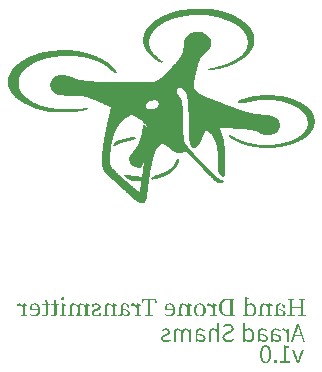
<source format=gbo>
G04 Layer: BottomSilkLayer*
G04 EasyEDA v6.4.5, 2020-09-10T17:23:05--4:00*
G04 2e966794ef5b4dc9b60ed7227ec9bd29,ebf70693e8d24e819ce4a1bff5f43d4f,10*
G04 Gerber Generator version 0.2*
G04 Scale: 100 percent, Rotated: No, Reflected: No *
G04 Dimensions in millimeters *
G04 leading zeros omitted , absolute positions ,3 integer and 3 decimal *
%FSLAX33Y33*%
%MOMM*%
G90*
G71D02*


%LPD*%

%LPD*%
G36*
G01X19356Y31078D02*
G01X19188Y31078D01*
G01X19103Y31077D01*
G01X19017Y31076D01*
G01X18932Y31075D01*
G01X18846Y31074D01*
G01X18745Y31072D01*
G01X18649Y31070D01*
G01X18558Y31068D01*
G01X18471Y31066D01*
G01X18389Y31064D01*
G01X18311Y31061D01*
G01X18237Y31059D01*
G01X18166Y31056D01*
G01X18098Y31053D01*
G01X18034Y31050D01*
G01X17974Y31046D01*
G01X17915Y31042D01*
G01X17859Y31038D01*
G01X17805Y31034D01*
G01X17754Y31029D01*
G01X17704Y31024D01*
G01X17656Y31017D01*
G01X17608Y31011D01*
G01X17563Y31005D01*
G01X17518Y30997D01*
G01X17474Y30990D01*
G01X17429Y30981D01*
G01X17386Y30972D01*
G01X17342Y30963D01*
G01X17254Y30941D01*
G01X17208Y30930D01*
G01X17162Y30917D01*
G01X17115Y30904D01*
G01X17066Y30890D01*
G01X17016Y30876D01*
G01X16964Y30861D01*
G01X16886Y30837D01*
G01X16811Y30814D01*
G01X16737Y30790D01*
G01X16665Y30766D01*
G01X16594Y30742D01*
G01X16525Y30718D01*
G01X16458Y30693D01*
G01X16392Y30669D01*
G01X16327Y30644D01*
G01X16264Y30619D01*
G01X16202Y30593D01*
G01X16141Y30567D01*
G01X16081Y30541D01*
G01X16023Y30514D01*
G01X15966Y30487D01*
G01X15910Y30460D01*
G01X15855Y30432D01*
G01X15801Y30403D01*
G01X15748Y30374D01*
G01X15696Y30345D01*
G01X15645Y30315D01*
G01X15595Y30284D01*
G01X15546Y30253D01*
G01X15498Y30222D01*
G01X15450Y30189D01*
G01X15356Y30123D01*
G01X15311Y30089D01*
G01X15265Y30054D01*
G01X15177Y29982D01*
G01X15091Y29906D01*
G01X15048Y29867D01*
G01X15006Y29828D01*
G01X14964Y29787D01*
G01X14899Y29724D01*
G01X14841Y29664D01*
G01X14787Y29608D01*
G01X14739Y29555D01*
G01X14695Y29504D01*
G01X14655Y29455D01*
G01X14619Y29408D01*
G01X14587Y29361D01*
G01X14557Y29315D01*
G01X14531Y29268D01*
G01X14506Y29220D01*
G01X14484Y29170D01*
G01X14463Y29119D01*
G01X14443Y29065D01*
G01X14424Y29008D01*
G01X14406Y28946D01*
G01X14387Y28879D01*
G01X14371Y28813D01*
G01X14357Y28749D01*
G01X14345Y28687D01*
G01X14337Y28627D01*
G01X14331Y28567D01*
G01X14327Y28509D01*
G01X14326Y28451D01*
G01X14327Y28394D01*
G01X14331Y28338D01*
G01X14338Y28281D01*
G01X14347Y28226D01*
G01X14359Y28169D01*
G01X14374Y28112D01*
G01X14391Y28055D01*
G01X14411Y27997D01*
G01X14434Y27938D01*
G01X14460Y27878D01*
G01X14488Y27817D01*
G01X14519Y27753D01*
G01X14543Y27709D01*
G01X14570Y27664D01*
G01X14600Y27617D01*
G01X14633Y27570D01*
G01X14669Y27521D01*
G01X14707Y27473D01*
G01X14748Y27423D01*
G01X14790Y27373D01*
G01X14835Y27323D01*
G01X14880Y27272D01*
G01X14928Y27223D01*
G01X14976Y27173D01*
G01X15026Y27125D01*
G01X15076Y27076D01*
G01X15128Y27030D01*
G01X15179Y26983D01*
G01X15230Y26939D01*
G01X15282Y26896D01*
G01X15333Y26854D01*
G01X15384Y26815D01*
G01X15434Y26778D01*
G01X15483Y26743D01*
G01X15531Y26710D01*
G01X15578Y26680D01*
G01X15623Y26653D01*
G01X15667Y26629D01*
G01X15708Y26608D01*
G01X15747Y26591D01*
G01X15785Y26577D01*
G01X15819Y26566D01*
G01X15851Y26560D01*
G01X15879Y26558D01*
G01X15924Y26561D01*
G01X15958Y26568D01*
G01X15979Y26581D01*
G01X15989Y26598D01*
G01X15986Y26622D01*
G01X15972Y26652D01*
G01X15944Y26688D01*
G01X15904Y26730D01*
G01X15852Y26779D01*
G01X15786Y26835D01*
G01X15708Y26899D01*
G01X15616Y26969D01*
G01X15568Y27006D01*
G01X15522Y27043D01*
G01X15477Y27081D01*
G01X15434Y27119D01*
G01X15392Y27157D01*
G01X15352Y27196D01*
G01X15314Y27234D01*
G01X15277Y27274D01*
G01X15242Y27313D01*
G01X15207Y27353D01*
G01X15175Y27393D01*
G01X15144Y27433D01*
G01X15115Y27473D01*
G01X15087Y27514D01*
G01X15061Y27554D01*
G01X15036Y27596D01*
G01X15013Y27637D01*
G01X14991Y27678D01*
G01X14971Y27720D01*
G01X14951Y27761D01*
G01X14934Y27803D01*
G01X14918Y27845D01*
G01X14904Y27887D01*
G01X14891Y27929D01*
G01X14879Y27971D01*
G01X14869Y28013D01*
G01X14861Y28056D01*
G01X14853Y28098D01*
G01X14848Y28140D01*
G01X14843Y28183D01*
G01X14841Y28225D01*
G01X14839Y28268D01*
G01X14839Y28310D01*
G01X14840Y28353D01*
G01X14843Y28395D01*
G01X14847Y28437D01*
G01X14853Y28479D01*
G01X14860Y28521D01*
G01X14878Y28605D01*
G01X14889Y28647D01*
G01X14902Y28689D01*
G01X14916Y28730D01*
G01X14931Y28772D01*
G01X14948Y28813D01*
G01X14966Y28854D01*
G01X14985Y28896D01*
G01X15006Y28936D01*
G01X15028Y28977D01*
G01X15052Y29017D01*
G01X15076Y29058D01*
G01X15102Y29097D01*
G01X15130Y29137D01*
G01X15159Y29176D01*
G01X15189Y29216D01*
G01X15220Y29254D01*
G01X15253Y29293D01*
G01X15287Y29331D01*
G01X15322Y29369D01*
G01X15359Y29407D01*
G01X15396Y29444D01*
G01X15436Y29481D01*
G01X15476Y29517D01*
G01X15518Y29553D01*
G01X15561Y29589D01*
G01X15606Y29625D01*
G01X15651Y29660D01*
G01X15698Y29694D01*
G01X15746Y29728D01*
G01X15795Y29762D01*
G01X15846Y29795D01*
G01X15898Y29828D01*
G01X15951Y29860D01*
G01X16005Y29891D01*
G01X16061Y29923D01*
G01X16117Y29953D01*
G01X16235Y30013D01*
G01X16295Y30042D01*
G01X16357Y30071D01*
G01X16420Y30099D01*
G01X16484Y30125D01*
G01X16549Y30152D01*
G01X16615Y30178D01*
G01X16683Y30204D01*
G01X16752Y30229D01*
G01X16821Y30253D01*
G01X16893Y30276D01*
G01X16934Y30289D01*
G01X16979Y30302D01*
G01X17026Y30315D01*
G01X17075Y30329D01*
G01X17128Y30342D01*
G01X17182Y30355D01*
G01X17238Y30368D01*
G01X17296Y30380D01*
G01X17356Y30394D01*
G01X17417Y30406D01*
G01X17480Y30419D01*
G01X17544Y30431D01*
G01X17674Y30455D01*
G01X17741Y30467D01*
G01X17808Y30478D01*
G01X17944Y30500D01*
G01X18080Y30520D01*
G01X18147Y30530D01*
G01X18281Y30548D01*
G01X18347Y30556D01*
G01X18412Y30563D01*
G01X18476Y30570D01*
G01X18539Y30577D01*
G01X18600Y30583D01*
G01X18660Y30588D01*
G01X18719Y30593D01*
G01X18775Y30597D01*
G01X18830Y30600D01*
G01X18882Y30603D01*
G01X18932Y30605D01*
G01X18979Y30607D01*
G01X19089Y30607D01*
G01X19287Y30601D01*
G01X19353Y30597D01*
G01X19420Y30593D01*
G01X19486Y30589D01*
G01X19620Y30577D01*
G01X19687Y30570D01*
G01X19753Y30562D01*
G01X19887Y30546D01*
G01X19954Y30536D01*
G01X20020Y30526D01*
G01X20153Y30503D01*
G01X20219Y30491D01*
G01X20417Y30452D01*
G01X20483Y30437D01*
G01X20548Y30422D01*
G01X20613Y30406D01*
G01X20677Y30390D01*
G01X20805Y30356D01*
G01X20931Y30320D01*
G01X20994Y30301D01*
G01X21056Y30282D01*
G01X21118Y30262D01*
G01X21179Y30242D01*
G01X21299Y30200D01*
G01X21417Y30156D01*
G01X21475Y30134D01*
G01X21532Y30110D01*
G01X21589Y30087D01*
G01X21645Y30063D01*
G01X21700Y30039D01*
G01X21755Y30014D01*
G01X21808Y29989D01*
G01X21861Y29963D01*
G01X21913Y29937D01*
G01X21964Y29912D01*
G01X22014Y29885D01*
G01X22063Y29858D01*
G01X22112Y29830D01*
G01X22159Y29803D01*
G01X22206Y29775D01*
G01X22251Y29747D01*
G01X22296Y29718D01*
G01X22339Y29689D01*
G01X22381Y29660D01*
G01X22422Y29631D01*
G01X22462Y29601D01*
G01X22501Y29571D01*
G01X22538Y29541D01*
G01X22574Y29510D01*
G01X22610Y29480D01*
G01X22644Y29449D01*
G01X22676Y29418D01*
G01X22707Y29386D01*
G01X22737Y29355D01*
G01X22793Y29291D01*
G01X22846Y29225D01*
G01X22894Y29162D01*
G01X22938Y29101D01*
G01X22978Y29041D01*
G01X23013Y28982D01*
G01X23045Y28925D01*
G01X23073Y28867D01*
G01X23097Y28809D01*
G01X23118Y28751D01*
G01X23135Y28691D01*
G01X23149Y28631D01*
G01X23161Y28568D01*
G01X23169Y28503D01*
G01X23175Y28436D01*
G01X23178Y28366D01*
G01X23180Y28292D01*
G01X23178Y28228D01*
G01X23175Y28166D01*
G01X23169Y28105D01*
G01X23162Y28046D01*
G01X23151Y27988D01*
G01X23138Y27931D01*
G01X23123Y27875D01*
G01X23105Y27820D01*
G01X23085Y27765D01*
G01X23061Y27712D01*
G01X23035Y27659D01*
G01X23007Y27606D01*
G01X22975Y27553D01*
G01X22941Y27501D01*
G01X22903Y27449D01*
G01X22863Y27396D01*
G01X22819Y27344D01*
G01X22772Y27290D01*
G01X22722Y27237D01*
G01X22669Y27183D01*
G01X22637Y27152D01*
G01X22603Y27121D01*
G01X22566Y27089D01*
G01X22528Y27058D01*
G01X22488Y27027D01*
G01X22446Y26996D01*
G01X22403Y26964D01*
G01X22358Y26933D01*
G01X22312Y26902D01*
G01X22264Y26872D01*
G01X22214Y26841D01*
G01X22163Y26810D01*
G01X22111Y26780D01*
G01X22057Y26750D01*
G01X22002Y26720D01*
G01X21947Y26691D01*
G01X21890Y26662D01*
G01X21832Y26633D01*
G01X21773Y26605D01*
G01X21713Y26577D01*
G01X21653Y26550D01*
G01X21592Y26523D01*
G01X21530Y26496D01*
G01X21467Y26470D01*
G01X21404Y26445D01*
G01X21340Y26420D01*
G01X21212Y26372D01*
G01X21146Y26349D01*
G01X21081Y26327D01*
G01X20951Y26285D01*
G01X20885Y26265D01*
G01X20754Y26227D01*
G01X20624Y26193D01*
G01X20559Y26177D01*
G01X20494Y26163D01*
G01X20430Y26148D01*
G01X20366Y26136D01*
G01X20303Y26123D01*
G01X20240Y26113D01*
G01X20178Y26103D01*
G01X20110Y26091D01*
G01X20045Y26077D01*
G01X19983Y26061D01*
G01X19928Y26045D01*
G01X19880Y26027D01*
G01X19841Y26009D01*
G01X19812Y25991D01*
G01X19796Y25975D01*
G01X19791Y25962D01*
G01X19792Y25951D01*
G01X19800Y25943D01*
G01X19813Y25935D01*
G01X19832Y25929D01*
G01X19856Y25924D01*
G01X19885Y25921D01*
G01X19919Y25919D01*
G01X19957Y25919D01*
G01X19999Y25920D01*
G01X20045Y25923D01*
G01X20094Y25926D01*
G01X20147Y25931D01*
G01X20204Y25937D01*
G01X20262Y25944D01*
G01X20324Y25952D01*
G01X20387Y25962D01*
G01X20452Y25972D01*
G01X20519Y25983D01*
G01X20657Y26009D01*
G01X20727Y26023D01*
G01X20798Y26038D01*
G01X20940Y26070D01*
G01X21011Y26087D01*
G01X21151Y26123D01*
G01X21219Y26143D01*
G01X21286Y26162D01*
G01X21352Y26182D01*
G01X21415Y26203D01*
G01X21565Y26255D01*
G01X21638Y26283D01*
G01X21710Y26311D01*
G01X21782Y26340D01*
G01X21852Y26369D01*
G01X21922Y26400D01*
G01X21990Y26430D01*
G01X22057Y26462D01*
G01X22123Y26494D01*
G01X22187Y26527D01*
G01X22251Y26561D01*
G01X22314Y26595D01*
G01X22436Y26665D01*
G01X22495Y26701D01*
G01X22553Y26738D01*
G01X22610Y26775D01*
G01X22665Y26812D01*
G01X22720Y26850D01*
G01X22773Y26889D01*
G01X22824Y26928D01*
G01X22875Y26968D01*
G01X22973Y27048D01*
G01X23065Y27130D01*
G01X23109Y27172D01*
G01X23152Y27215D01*
G01X23193Y27257D01*
G01X23233Y27300D01*
G01X23272Y27343D01*
G01X23310Y27387D01*
G01X23346Y27431D01*
G01X23380Y27475D01*
G01X23413Y27519D01*
G01X23445Y27565D01*
G01X23475Y27609D01*
G01X23504Y27655D01*
G01X23532Y27701D01*
G01X23557Y27746D01*
G01X23582Y27792D01*
G01X23605Y27839D01*
G01X23627Y27885D01*
G01X23665Y27979D01*
G01X23681Y28025D01*
G01X23697Y28073D01*
G01X23723Y28167D01*
G01X23733Y28214D01*
G01X23742Y28262D01*
G01X23749Y28309D01*
G01X23755Y28357D01*
G01X23759Y28404D01*
G01X23761Y28452D01*
G01X23762Y28500D01*
G01X23761Y28547D01*
G01X23758Y28595D01*
G01X23754Y28643D01*
G01X23747Y28690D01*
G01X23739Y28738D01*
G01X23730Y28785D01*
G01X23719Y28832D01*
G01X23706Y28878D01*
G01X23692Y28923D01*
G01X23677Y28968D01*
G01X23661Y29013D01*
G01X23625Y29101D01*
G01X23583Y29189D01*
G01X23561Y29232D01*
G01X23537Y29276D01*
G01X23512Y29319D01*
G01X23458Y29403D01*
G01X23429Y29445D01*
G01X23400Y29486D01*
G01X23369Y29528D01*
G01X23337Y29569D01*
G01X23304Y29609D01*
G01X23270Y29649D01*
G01X23234Y29689D01*
G01X23198Y29728D01*
G01X23161Y29767D01*
G01X23122Y29806D01*
G01X23042Y29882D01*
G01X23000Y29920D01*
G01X22957Y29956D01*
G01X22913Y29993D01*
G01X22868Y30029D01*
G01X22776Y30101D01*
G01X22728Y30135D01*
G01X22679Y30170D01*
G01X22629Y30204D01*
G01X22579Y30237D01*
G01X22527Y30270D01*
G01X22474Y30303D01*
G01X22421Y30335D01*
G01X22366Y30366D01*
G01X22254Y30428D01*
G01X22197Y30458D01*
G01X22139Y30487D01*
G01X22080Y30516D01*
G01X22020Y30545D01*
G01X21960Y30572D01*
G01X21898Y30600D01*
G01X21836Y30626D01*
G01X21773Y30653D01*
G01X21709Y30678D01*
G01X21644Y30704D01*
G01X21579Y30728D01*
G01X21513Y30752D01*
G01X21446Y30775D01*
G01X21378Y30798D01*
G01X21310Y30820D01*
G01X21170Y30862D01*
G01X21100Y30882D01*
G01X21028Y30902D01*
G01X20956Y30921D01*
G01X20810Y30957D01*
G01X20736Y30973D01*
G01X20661Y30990D01*
G01X20510Y31021D01*
G01X20433Y31034D01*
G01X20407Y31039D01*
G01X20375Y31043D01*
G01X20339Y31046D01*
G01X20298Y31050D01*
G01X20252Y31054D01*
G01X20202Y31057D01*
G01X20148Y31060D01*
G01X20090Y31063D01*
G01X20028Y31065D01*
G01X19963Y31068D01*
G01X19896Y31070D01*
G01X19825Y31072D01*
G01X19752Y31073D01*
G01X19676Y31075D01*
G01X19599Y31076D01*
G01X19519Y31077D01*
G01X19439Y31077D01*
G01X19356Y31078D01*
G37*

%LPD*%
G36*
G01X7743Y27608D02*
G01X7614Y27608D01*
G01X7549Y27607D01*
G01X7484Y27605D01*
G01X7418Y27604D01*
G01X7353Y27601D01*
G01X7221Y27595D01*
G01X7089Y27587D01*
G01X6956Y27577D01*
G01X6889Y27571D01*
G01X6823Y27565D01*
G01X6756Y27558D01*
G01X6690Y27551D01*
G01X6623Y27543D01*
G01X6557Y27535D01*
G01X6359Y27508D01*
G01X6294Y27498D01*
G01X6228Y27487D01*
G01X6098Y27465D01*
G01X6033Y27453D01*
G01X5969Y27441D01*
G01X5841Y27415D01*
G01X5715Y27387D01*
G01X5591Y27357D01*
G01X5469Y27326D01*
G01X5409Y27310D01*
G01X5349Y27293D01*
G01X5293Y27276D01*
G01X5235Y27258D01*
G01X5176Y27238D01*
G01X5116Y27216D01*
G01X5055Y27193D01*
G01X4993Y27169D01*
G01X4931Y27143D01*
G01X4868Y27117D01*
G01X4804Y27089D01*
G01X4676Y27029D01*
G01X4612Y26998D01*
G01X4549Y26966D01*
G01X4485Y26934D01*
G01X4359Y26866D01*
G01X4297Y26832D01*
G01X4235Y26797D01*
G01X4175Y26761D01*
G01X4057Y26689D01*
G01X4000Y26653D01*
G01X3945Y26617D01*
G01X3892Y26580D01*
G01X3839Y26544D01*
G01X3790Y26507D01*
G01X3741Y26471D01*
G01X3695Y26436D01*
G01X3651Y26400D01*
G01X3610Y26365D01*
G01X3571Y26331D01*
G01X3535Y26297D01*
G01X3487Y26248D01*
G01X3440Y26198D01*
G01X3394Y26146D01*
G01X3350Y26093D01*
G01X3307Y26039D01*
G01X3266Y25984D01*
G01X3226Y25927D01*
G01X3188Y25870D01*
G01X3151Y25811D01*
G01X3117Y25753D01*
G01X3084Y25694D01*
G01X3053Y25635D01*
G01X3025Y25576D01*
G01X2998Y25516D01*
G01X2973Y25457D01*
G01X2951Y25399D01*
G01X2932Y25341D01*
G01X2914Y25283D01*
G01X2899Y25226D01*
G01X2886Y25170D01*
G01X2877Y25116D01*
G01X2870Y25063D01*
G01X2866Y25010D01*
G01X2864Y24960D01*
G01X2865Y24916D01*
G01X2867Y24873D01*
G01X2870Y24830D01*
G01X2875Y24787D01*
G01X2881Y24744D01*
G01X2889Y24702D01*
G01X2898Y24658D01*
G01X2908Y24616D01*
G01X2919Y24573D01*
G01X2932Y24531D01*
G01X2946Y24489D01*
G01X2978Y24405D01*
G01X2996Y24363D01*
G01X3015Y24322D01*
G01X3036Y24280D01*
G01X3058Y24239D01*
G01X3080Y24199D01*
G01X3130Y24117D01*
G01X3184Y24037D01*
G01X3213Y23997D01*
G01X3243Y23957D01*
G01X3307Y23879D01*
G01X3340Y23840D01*
G01X3375Y23802D01*
G01X3447Y23726D01*
G01X3485Y23688D01*
G01X3524Y23651D01*
G01X3606Y23577D01*
G01X3648Y23541D01*
G01X3691Y23505D01*
G01X3735Y23469D01*
G01X3827Y23399D01*
G01X3874Y23364D01*
G01X3923Y23330D01*
G01X3973Y23296D01*
G01X4023Y23263D01*
G01X4074Y23230D01*
G01X4126Y23197D01*
G01X4179Y23165D01*
G01X4234Y23133D01*
G01X4344Y23071D01*
G01X4401Y23041D01*
G01X4459Y23011D01*
G01X4518Y22981D01*
G01X4578Y22952D01*
G01X4638Y22924D01*
G01X4699Y22896D01*
G01X4761Y22868D01*
G01X4824Y22841D01*
G01X4888Y22814D01*
G01X4952Y22788D01*
G01X5018Y22762D01*
G01X5084Y22738D01*
G01X5151Y22713D01*
G01X5287Y22665D01*
G01X5427Y22621D01*
G01X5498Y22599D01*
G01X5569Y22578D01*
G01X5641Y22557D01*
G01X5714Y22537D01*
G01X5862Y22499D01*
G01X5937Y22481D01*
G01X6089Y22447D01*
G01X6166Y22431D01*
G01X6220Y22421D01*
G01X6276Y22410D01*
G01X6334Y22401D01*
G01X6395Y22393D01*
G01X6457Y22385D01*
G01X6522Y22377D01*
G01X6588Y22371D01*
G01X6656Y22364D01*
G01X6725Y22359D01*
G01X6795Y22354D01*
G01X6868Y22349D01*
G01X6941Y22345D01*
G01X7015Y22342D01*
G01X7090Y22339D01*
G01X7166Y22337D01*
G01X7243Y22336D01*
G01X7320Y22334D01*
G01X7555Y22334D01*
G01X7634Y22335D01*
G01X7792Y22338D01*
G01X7870Y22341D01*
G01X7949Y22344D01*
G01X8104Y22351D01*
G01X8181Y22356D01*
G01X8257Y22360D01*
G01X8332Y22365D01*
G01X8407Y22371D01*
G01X8480Y22377D01*
G01X8552Y22384D01*
G01X8623Y22391D01*
G01X8692Y22398D01*
G01X8760Y22406D01*
G01X8826Y22414D01*
G01X8891Y22422D01*
G01X8954Y22431D01*
G01X9015Y22440D01*
G01X9073Y22450D01*
G01X9130Y22460D01*
G01X9184Y22471D01*
G01X9236Y22482D01*
G01X9285Y22493D01*
G01X9332Y22504D01*
G01X9376Y22516D01*
G01X9417Y22528D01*
G01X9455Y22540D01*
G01X9489Y22553D01*
G01X9521Y22566D01*
G01X9550Y22580D01*
G01X9575Y22593D01*
G01X9596Y22608D01*
G01X9614Y22622D01*
G01X9628Y22636D01*
G01X9648Y22664D01*
G01X9656Y22685D01*
G01X9646Y22699D01*
G01X9619Y22707D01*
G01X9573Y22708D01*
G01X9503Y22703D01*
G01X9409Y22692D01*
G01X9288Y22676D01*
G01X9257Y22672D01*
G01X9221Y22667D01*
G01X9182Y22664D01*
G01X9138Y22660D01*
G01X9091Y22656D01*
G01X9040Y22653D01*
G01X8986Y22650D01*
G01X8929Y22647D01*
G01X8870Y22644D01*
G01X8808Y22641D01*
G01X8743Y22638D01*
G01X8677Y22635D01*
G01X8608Y22633D01*
G01X8538Y22631D01*
G01X8467Y22629D01*
G01X8395Y22627D01*
G01X8247Y22625D01*
G01X8172Y22624D01*
G01X8098Y22623D01*
G01X7800Y22623D01*
G01X7720Y22624D01*
G01X7642Y22625D01*
G01X7566Y22626D01*
G01X7491Y22628D01*
G01X7418Y22630D01*
G01X7346Y22633D01*
G01X7275Y22636D01*
G01X7206Y22640D01*
G01X7138Y22644D01*
G01X7071Y22649D01*
G01X7006Y22653D01*
G01X6941Y22659D01*
G01X6878Y22664D01*
G01X6754Y22678D01*
G01X6694Y22685D01*
G01X6634Y22693D01*
G01X6576Y22702D01*
G01X6517Y22711D01*
G01X6460Y22720D01*
G01X6403Y22730D01*
G01X6347Y22741D01*
G01X6236Y22765D01*
G01X6182Y22777D01*
G01X6127Y22790D01*
G01X6074Y22804D01*
G01X6020Y22818D01*
G01X5966Y22834D01*
G01X5913Y22849D01*
G01X5806Y22883D01*
G01X5754Y22901D01*
G01X5700Y22919D01*
G01X5594Y22959D01*
G01X5540Y22979D01*
G01X5486Y23001D01*
G01X5433Y23023D01*
G01X5323Y23069D01*
G01X5268Y23094D01*
G01X5212Y23119D01*
G01X5156Y23146D01*
G01X5101Y23171D01*
G01X5046Y23200D01*
G01X4992Y23230D01*
G01X4936Y23262D01*
G01X4881Y23296D01*
G01X4825Y23331D01*
G01X4771Y23368D01*
G01X4716Y23405D01*
G01X4661Y23444D01*
G01X4608Y23484D01*
G01X4554Y23525D01*
G01X4502Y23567D01*
G01X4451Y23609D01*
G01X4401Y23652D01*
G01X4353Y23696D01*
G01X4305Y23739D01*
G01X4260Y23784D01*
G01X4215Y23828D01*
G01X4173Y23871D01*
G01X4133Y23916D01*
G01X4095Y23959D01*
G01X4059Y24003D01*
G01X4025Y24045D01*
G01X3994Y24087D01*
G01X3966Y24128D01*
G01X3941Y24169D01*
G01X3918Y24208D01*
G01X3899Y24246D01*
G01X3877Y24297D01*
G01X3857Y24351D01*
G01X3840Y24409D01*
G01X3826Y24469D01*
G01X3814Y24531D01*
G01X3804Y24595D01*
G01X3797Y24661D01*
G01X3792Y24727D01*
G01X3790Y24795D01*
G01X3790Y24863D01*
G01X3792Y24931D01*
G01X3797Y24999D01*
G01X3804Y25066D01*
G01X3814Y25131D01*
G01X3826Y25195D01*
G01X3840Y25258D01*
G01X3857Y25318D01*
G01X3877Y25376D01*
G01X3898Y25430D01*
G01X3922Y25481D01*
G01X3944Y25522D01*
G01X3967Y25563D01*
G01X3993Y25604D01*
G01X4020Y25644D01*
G01X4048Y25685D01*
G01X4078Y25725D01*
G01X4110Y25765D01*
G01X4143Y25804D01*
G01X4177Y25843D01*
G01X4213Y25882D01*
G01X4251Y25921D01*
G01X4290Y25959D01*
G01X4330Y25997D01*
G01X4372Y26035D01*
G01X4416Y26072D01*
G01X4460Y26108D01*
G01X4506Y26145D01*
G01X4553Y26180D01*
G01X4602Y26216D01*
G01X4652Y26251D01*
G01X4703Y26285D01*
G01X4755Y26319D01*
G01X4809Y26353D01*
G01X4919Y26419D01*
G01X4976Y26451D01*
G01X5035Y26483D01*
G01X5094Y26514D01*
G01X5155Y26544D01*
G01X5216Y26573D01*
G01X5279Y26603D01*
G01X5407Y26659D01*
G01X5473Y26687D01*
G01X5540Y26714D01*
G01X5607Y26740D01*
G01X5745Y26790D01*
G01X5816Y26814D01*
G01X5887Y26837D01*
G01X5959Y26860D01*
G01X6032Y26882D01*
G01X6106Y26903D01*
G01X6180Y26923D01*
G01X6230Y26936D01*
G01X6279Y26948D01*
G01X6331Y26960D01*
G01X6437Y26982D01*
G01X6492Y26993D01*
G01X6548Y27003D01*
G01X6605Y27013D01*
G01X6721Y27031D01*
G01X6841Y27047D01*
G01X6902Y27055D01*
G01X7026Y27069D01*
G01X7089Y27075D01*
G01X7217Y27087D01*
G01X7281Y27091D01*
G01X7346Y27096D01*
G01X7411Y27100D01*
G01X7542Y27107D01*
G01X7607Y27109D01*
G01X7673Y27112D01*
G01X7805Y27115D01*
G01X7937Y27117D01*
G01X8004Y27117D01*
G01X8069Y27116D01*
G01X8200Y27114D01*
G01X8330Y27110D01*
G01X8394Y27107D01*
G01X8521Y27100D01*
G01X8584Y27096D01*
G01X8646Y27092D01*
G01X8708Y27087D01*
G01X8769Y27081D01*
G01X8829Y27075D01*
G01X8888Y27069D01*
G01X9004Y27055D01*
G01X9061Y27047D01*
G01X9116Y27038D01*
G01X9171Y27030D01*
G01X9224Y27021D01*
G01X9277Y27011D01*
G01X9328Y27000D01*
G01X9401Y26985D01*
G01X9474Y26969D01*
G01X9545Y26952D01*
G01X9615Y26936D01*
G01X9685Y26918D01*
G01X9754Y26901D01*
G01X9821Y26882D01*
G01X9887Y26864D01*
G01X9953Y26845D01*
G01X10081Y26805D01*
G01X10144Y26785D01*
G01X10205Y26764D01*
G01X10266Y26742D01*
G01X10326Y26720D01*
G01X10385Y26698D01*
G01X10443Y26676D01*
G01X10500Y26652D01*
G01X10556Y26628D01*
G01X10611Y26604D01*
G01X10665Y26580D01*
G01X10718Y26554D01*
G01X10771Y26529D01*
G01X10822Y26502D01*
G01X10873Y26476D01*
G01X10922Y26449D01*
G01X11020Y26393D01*
G01X11158Y26306D01*
G01X11202Y26275D01*
G01X11246Y26245D01*
G01X11288Y26214D01*
G01X11330Y26182D01*
G01X11371Y26150D01*
G01X11451Y26084D01*
G01X11489Y26051D01*
G01X11527Y26016D01*
G01X11611Y25940D01*
G01X11693Y25868D01*
G01X11770Y25803D01*
G01X11841Y25747D01*
G01X11903Y25700D01*
G01X11955Y25665D01*
G01X11994Y25642D01*
G01X12018Y25635D01*
G01X12046Y25637D01*
G01X12067Y25645D01*
G01X12083Y25657D01*
G01X12092Y25674D01*
G01X12096Y25695D01*
G01X12096Y25720D01*
G01X12090Y25748D01*
G01X12079Y25780D01*
G01X12063Y25815D01*
G01X12043Y25853D01*
G01X12019Y25893D01*
G01X11990Y25935D01*
G01X11958Y25979D01*
G01X11922Y26025D01*
G01X11882Y26073D01*
G01X11839Y26121D01*
G01X11793Y26170D01*
G01X11744Y26220D01*
G01X11692Y26270D01*
G01X11638Y26319D01*
G01X11581Y26369D01*
G01X11522Y26419D01*
G01X11462Y26466D01*
G01X11400Y26514D01*
G01X11310Y26578D01*
G01X11218Y26640D01*
G01X11171Y26671D01*
G01X11124Y26700D01*
G01X11076Y26730D01*
G01X10978Y26788D01*
G01X10929Y26816D01*
G01X10878Y26844D01*
G01X10776Y26898D01*
G01X10724Y26925D01*
G01X10672Y26950D01*
G01X10619Y26976D01*
G01X10511Y27026D01*
G01X10456Y27049D01*
G01X10401Y27073D01*
G01X10345Y27097D01*
G01X10289Y27119D01*
G01X10175Y27163D01*
G01X10117Y27185D01*
G01X10059Y27205D01*
G01X10000Y27226D01*
G01X9941Y27246D01*
G01X9821Y27285D01*
G01X9760Y27303D01*
G01X9636Y27339D01*
G01X9574Y27356D01*
G01X9511Y27373D01*
G01X9448Y27388D01*
G01X9384Y27404D01*
G01X9320Y27419D01*
G01X9255Y27434D01*
G01X9190Y27448D01*
G01X9124Y27462D01*
G01X9058Y27475D01*
G01X8924Y27501D01*
G01X8720Y27534D01*
G01X8651Y27545D01*
G01X8594Y27552D01*
G01X8537Y27560D01*
G01X8480Y27567D01*
G01X8362Y27579D01*
G01X8303Y27584D01*
G01X8242Y27588D01*
G01X8181Y27593D01*
G01X8120Y27597D01*
G01X7996Y27603D01*
G01X7933Y27605D01*
G01X7807Y27607D01*
G01X7743Y27608D01*
G37*

%LPD*%
G36*
G01X24957Y23785D02*
G01X24813Y23786D01*
G01X24669Y23785D01*
G01X24598Y23784D01*
G01X24528Y23783D01*
G01X24458Y23781D01*
G01X24389Y23778D01*
G01X24253Y23772D01*
G01X24187Y23768D01*
G01X24122Y23764D01*
G01X24058Y23760D01*
G01X23995Y23755D01*
G01X23934Y23749D01*
G01X23875Y23743D01*
G01X23817Y23737D01*
G01X23760Y23730D01*
G01X23706Y23723D01*
G01X23653Y23714D01*
G01X23603Y23706D01*
G01X23554Y23698D01*
G01X23508Y23689D01*
G01X23463Y23679D01*
G01X23363Y23655D01*
G01X23267Y23631D01*
G01X23174Y23607D01*
G01X23085Y23583D01*
G01X23000Y23559D01*
G01X22919Y23535D01*
G01X22842Y23511D01*
G01X22771Y23487D01*
G01X22703Y23464D01*
G01X22641Y23441D01*
G01X22584Y23418D01*
G01X22532Y23395D01*
G01X22485Y23374D01*
G01X22444Y23353D01*
G01X22409Y23332D01*
G01X22380Y23312D01*
G01X22357Y23293D01*
G01X22341Y23276D01*
G01X22331Y23258D01*
G01X22327Y23242D01*
G01X22331Y23215D01*
G01X22343Y23190D01*
G01X22362Y23168D01*
G01X22389Y23149D01*
G01X22421Y23133D01*
G01X22459Y23120D01*
G01X22503Y23110D01*
G01X22552Y23103D01*
G01X22605Y23100D01*
G01X22663Y23099D01*
G01X22724Y23102D01*
G01X22788Y23109D01*
G01X22854Y23119D01*
G01X22923Y23132D01*
G01X22993Y23148D01*
G01X23065Y23168D01*
G01X23105Y23180D01*
G01X23151Y23193D01*
G01X23202Y23205D01*
G01X23257Y23218D01*
G01X23317Y23232D01*
G01X23379Y23245D01*
G01X23445Y23259D01*
G01X23513Y23272D01*
G01X23583Y23285D01*
G01X23654Y23298D01*
G01X23726Y23311D01*
G01X23870Y23335D01*
G01X23942Y23346D01*
G01X24012Y23356D01*
G01X24080Y23365D01*
G01X24149Y23374D01*
G01X24219Y23382D01*
G01X24288Y23388D01*
G01X24428Y23400D01*
G01X24498Y23404D01*
G01X24567Y23407D01*
G01X24637Y23409D01*
G01X24777Y23411D01*
G01X24846Y23410D01*
G01X24916Y23409D01*
G01X24985Y23407D01*
G01X25055Y23404D01*
G01X25124Y23400D01*
G01X25262Y23390D01*
G01X25330Y23384D01*
G01X25398Y23377D01*
G01X25535Y23361D01*
G01X25669Y23341D01*
G01X25736Y23330D01*
G01X25802Y23319D01*
G01X25868Y23307D01*
G01X25934Y23293D01*
G01X25999Y23280D01*
G01X26064Y23265D01*
G01X26128Y23250D01*
G01X26255Y23218D01*
G01X26318Y23200D01*
G01X26380Y23183D01*
G01X26441Y23164D01*
G01X26502Y23144D01*
G01X26563Y23125D01*
G01X26681Y23083D01*
G01X26739Y23061D01*
G01X26796Y23039D01*
G01X26853Y23016D01*
G01X26909Y22993D01*
G01X26964Y22968D01*
G01X27018Y22944D01*
G01X27072Y22918D01*
G01X27125Y22893D01*
G01X27227Y22839D01*
G01X27277Y22812D01*
G01X27326Y22784D01*
G01X27374Y22755D01*
G01X27420Y22726D01*
G01X27467Y22697D01*
G01X27511Y22667D01*
G01X27555Y22636D01*
G01X27598Y22606D01*
G01X27639Y22575D01*
G01X27680Y22543D01*
G01X27719Y22510D01*
G01X27757Y22477D01*
G01X27794Y22444D01*
G01X27830Y22410D01*
G01X27864Y22377D01*
G01X27897Y22342D01*
G01X27929Y22307D01*
G01X27960Y22272D01*
G01X27989Y22237D01*
G01X28017Y22201D01*
G01X28043Y22165D01*
G01X28069Y22128D01*
G01X28092Y22091D01*
G01X28114Y22054D01*
G01X28135Y22016D01*
G01X28154Y21978D01*
G01X28172Y21940D01*
G01X28188Y21901D01*
G01X28203Y21862D01*
G01X28216Y21823D01*
G01X28228Y21784D01*
G01X28239Y21738D01*
G01X28248Y21693D01*
G01X28256Y21647D01*
G01X28263Y21603D01*
G01X28267Y21559D01*
G01X28270Y21514D01*
G01X28272Y21470D01*
G01X28271Y21426D01*
G01X28269Y21383D01*
G01X28265Y21340D01*
G01X28260Y21297D01*
G01X28244Y21213D01*
G01X28234Y21171D01*
G01X28222Y21130D01*
G01X28208Y21089D01*
G01X28193Y21048D01*
G01X28176Y21008D01*
G01X28158Y20968D01*
G01X28138Y20929D01*
G01X28117Y20889D01*
G01X28094Y20851D01*
G01X28070Y20812D01*
G01X28044Y20775D01*
G01X28016Y20737D01*
G01X27987Y20700D01*
G01X27956Y20663D01*
G01X27924Y20627D01*
G01X27891Y20591D01*
G01X27856Y20556D01*
G01X27819Y20521D01*
G01X27781Y20487D01*
G01X27742Y20453D01*
G01X27701Y20420D01*
G01X27659Y20387D01*
G01X27615Y20354D01*
G01X27570Y20323D01*
G01X27523Y20291D01*
G01X27475Y20260D01*
G01X27426Y20230D01*
G01X27375Y20200D01*
G01X27323Y20171D01*
G01X27270Y20142D01*
G01X27215Y20114D01*
G01X27159Y20086D01*
G01X27101Y20059D01*
G01X27042Y20032D01*
G01X26982Y20007D01*
G01X26921Y19981D01*
G01X26858Y19957D01*
G01X26794Y19932D01*
G01X26729Y19909D01*
G01X26662Y19886D01*
G01X26594Y19864D01*
G01X26525Y19842D01*
G01X26455Y19821D01*
G01X26383Y19801D01*
G01X26310Y19781D01*
G01X26237Y19762D01*
G01X26161Y19743D01*
G01X26085Y19726D01*
G01X26007Y19709D01*
G01X25928Y19693D01*
G01X25848Y19677D01*
G01X25767Y19662D01*
G01X25601Y19634D01*
G01X25516Y19622D01*
G01X25430Y19609D01*
G01X25349Y19598D01*
G01X25273Y19587D01*
G01X25203Y19578D01*
G01X25136Y19570D01*
G01X25073Y19563D01*
G01X25013Y19557D01*
G01X24955Y19552D01*
G01X24900Y19549D01*
G01X24846Y19546D01*
G01X24793Y19545D01*
G01X24742Y19544D01*
G01X24689Y19545D01*
G01X24636Y19547D01*
G01X24583Y19550D01*
G01X24527Y19554D01*
G01X24469Y19560D01*
G01X24409Y19566D01*
G01X24346Y19573D01*
G01X24279Y19582D01*
G01X24208Y19592D01*
G01X24133Y19603D01*
G01X24051Y19615D01*
G01X23964Y19628D01*
G01X23884Y19641D01*
G01X23805Y19654D01*
G01X23728Y19667D01*
G01X23654Y19680D01*
G01X23581Y19694D01*
G01X23510Y19708D01*
G01X23441Y19722D01*
G01X23374Y19736D01*
G01X23308Y19751D01*
G01X23244Y19766D01*
G01X23182Y19782D01*
G01X23120Y19797D01*
G01X23002Y19831D01*
G01X22945Y19848D01*
G01X22888Y19866D01*
G01X22834Y19884D01*
G01X22726Y19922D01*
G01X22675Y19942D01*
G01X22623Y19963D01*
G01X22572Y19984D01*
G01X22522Y20006D01*
G01X22473Y20028D01*
G01X22424Y20052D01*
G01X22376Y20076D01*
G01X22280Y20126D01*
G01X22233Y20152D01*
G01X22186Y20179D01*
G01X22139Y20207D01*
G01X22092Y20236D01*
G01X22000Y20292D01*
G01X21920Y20339D01*
G01X21851Y20376D01*
G01X21792Y20406D01*
G01X21742Y20426D01*
G01X21702Y20437D01*
G01X21671Y20441D01*
G01X21648Y20435D01*
G01X21633Y20422D01*
G01X21625Y20400D01*
G01X21624Y20370D01*
G01X21629Y20332D01*
G01X21636Y20312D01*
G01X21650Y20290D01*
G01X21671Y20265D01*
G01X21697Y20239D01*
G01X21729Y20211D01*
G01X21766Y20181D01*
G01X21808Y20149D01*
G01X21855Y20117D01*
G01X21906Y20084D01*
G01X21961Y20050D01*
G01X22020Y20015D01*
G01X22081Y19980D01*
G01X22146Y19944D01*
G01X22212Y19909D01*
G01X22281Y19874D01*
G01X22351Y19839D01*
G01X22423Y19805D01*
G01X22496Y19772D01*
G01X22569Y19740D01*
G01X22642Y19709D01*
G01X22716Y19680D01*
G01X22788Y19652D01*
G01X22860Y19626D01*
G01X22931Y19602D01*
G01X22968Y19591D01*
G01X23010Y19579D01*
G01X23055Y19567D01*
G01X23104Y19554D01*
G01X23157Y19542D01*
G01X23212Y19529D01*
G01X23270Y19516D01*
G01X23330Y19504D01*
G01X23392Y19491D01*
G01X23456Y19479D01*
G01X23521Y19467D01*
G01X23588Y19454D01*
G01X23655Y19443D01*
G01X23791Y19421D01*
G01X23992Y19391D01*
G01X24057Y19383D01*
G01X24121Y19376D01*
G01X24263Y19360D01*
G01X24334Y19354D01*
G01X24476Y19344D01*
G01X24548Y19340D01*
G01X24690Y19334D01*
G01X24760Y19332D01*
G01X24832Y19332D01*
G01X24902Y19331D01*
G01X24973Y19332D01*
G01X25043Y19333D01*
G01X25113Y19336D01*
G01X25184Y19338D01*
G01X25324Y19346D01*
G01X25393Y19350D01*
G01X25462Y19356D01*
G01X25601Y19369D01*
G01X25669Y19377D01*
G01X25805Y19394D01*
G01X25873Y19404D01*
G01X25940Y19414D01*
G01X26007Y19425D01*
G01X26074Y19437D01*
G01X26206Y19461D01*
G01X26336Y19489D01*
G01X26464Y19519D01*
G01X26528Y19535D01*
G01X26591Y19552D01*
G01X26653Y19569D01*
G01X26777Y19605D01*
G01X26838Y19624D01*
G01X26898Y19644D01*
G01X27017Y19685D01*
G01X27075Y19706D01*
G01X27133Y19728D01*
G01X27190Y19750D01*
G01X27247Y19773D01*
G01X27303Y19797D01*
G01X27358Y19821D01*
G01X27412Y19845D01*
G01X27466Y19870D01*
G01X27519Y19896D01*
G01X27571Y19922D01*
G01X27673Y19976D01*
G01X27723Y20003D01*
G01X27772Y20031D01*
G01X27868Y20089D01*
G01X27960Y20149D01*
G01X28004Y20179D01*
G01X28048Y20210D01*
G01X28091Y20242D01*
G01X28133Y20273D01*
G01X28174Y20306D01*
G01X28213Y20338D01*
G01X28252Y20372D01*
G01X28290Y20405D01*
G01X28327Y20439D01*
G01X28363Y20474D01*
G01X28398Y20509D01*
G01X28431Y20544D01*
G01X28464Y20580D01*
G01X28526Y20652D01*
G01X28555Y20689D01*
G01X28583Y20726D01*
G01X28610Y20764D01*
G01X28636Y20802D01*
G01X28660Y20841D01*
G01X28684Y20879D01*
G01X28706Y20918D01*
G01X28726Y20958D01*
G01X28752Y21012D01*
G01X28775Y21069D01*
G01X28795Y21128D01*
G01X28812Y21190D01*
G01X28827Y21253D01*
G01X28839Y21318D01*
G01X28848Y21384D01*
G01X28855Y21451D01*
G01X28859Y21519D01*
G01X28860Y21587D01*
G01X28858Y21656D01*
G01X28854Y21723D01*
G01X28847Y21790D01*
G01X28838Y21857D01*
G01X28825Y21922D01*
G01X28811Y21985D01*
G01X28793Y22047D01*
G01X28773Y22107D01*
G01X28749Y22165D01*
G01X28723Y22219D01*
G01X28702Y22260D01*
G01X28679Y22300D01*
G01X28653Y22340D01*
G01X28626Y22380D01*
G01X28598Y22420D01*
G01X28567Y22460D01*
G01X28535Y22499D01*
G01X28501Y22539D01*
G01X28466Y22578D01*
G01X28429Y22617D01*
G01X28391Y22655D01*
G01X28351Y22694D01*
G01X28310Y22731D01*
G01X28267Y22769D01*
G01X28222Y22807D01*
G01X28177Y22844D01*
G01X28130Y22880D01*
G01X28082Y22916D01*
G01X28032Y22952D01*
G01X27982Y22987D01*
G01X27930Y23022D01*
G01X27822Y23090D01*
G01X27767Y23123D01*
G01X27653Y23187D01*
G01X27594Y23219D01*
G01X27535Y23250D01*
G01X27474Y23280D01*
G01X27413Y23309D01*
G01X27351Y23338D01*
G01X27288Y23366D01*
G01X27224Y23393D01*
G01X27159Y23420D01*
G01X27094Y23446D01*
G01X27027Y23471D01*
G01X26961Y23495D01*
G01X26825Y23541D01*
G01X26687Y23583D01*
G01X26617Y23603D01*
G01X26547Y23622D01*
G01X26476Y23639D01*
G01X26430Y23650D01*
G01X26382Y23661D01*
G01X26331Y23671D01*
G01X26279Y23680D01*
G01X26224Y23690D01*
G01X26168Y23698D01*
G01X26110Y23707D01*
G01X26051Y23715D01*
G01X25989Y23723D01*
G01X25927Y23730D01*
G01X25863Y23736D01*
G01X25798Y23742D01*
G01X25732Y23749D01*
G01X25665Y23754D01*
G01X25597Y23759D01*
G01X25527Y23764D01*
G01X25457Y23768D01*
G01X25387Y23771D01*
G01X25316Y23775D01*
G01X25245Y23777D01*
G01X25173Y23780D01*
G01X25101Y23782D01*
G01X24957Y23785D01*
G37*

%LPD*%
G36*
G01X17319Y18449D02*
G01X17288Y18457D01*
G01X17253Y18444D01*
G01X17216Y18411D01*
G01X17177Y18358D01*
G01X17137Y18285D01*
G01X17096Y18194D01*
G01X17075Y18146D01*
G01X17053Y18099D01*
G01X17030Y18053D01*
G01X17005Y18009D01*
G01X16978Y17965D01*
G01X16950Y17923D01*
G01X16921Y17881D01*
G01X16890Y17840D01*
G01X16857Y17800D01*
G01X16823Y17761D01*
G01X16787Y17723D01*
G01X16749Y17686D01*
G01X16710Y17649D01*
G01X16668Y17614D01*
G01X16625Y17579D01*
G01X16581Y17545D01*
G01X16533Y17511D01*
G01X16485Y17478D01*
G01X16434Y17446D01*
G01X16381Y17415D01*
G01X16326Y17384D01*
G01X16269Y17353D01*
G01X16210Y17323D01*
G01X16149Y17294D01*
G01X16086Y17265D01*
G01X16020Y17237D01*
G01X15952Y17210D01*
G01X15882Y17182D01*
G01X15810Y17155D01*
G01X15735Y17128D01*
G01X15658Y17102D01*
G01X15578Y17076D01*
G01X15469Y17039D01*
G01X15372Y17003D01*
G01X15286Y16968D01*
G01X15213Y16933D01*
G01X15152Y16899D01*
G01X15102Y16865D01*
G01X15065Y16832D01*
G01X15040Y16800D01*
G01X15027Y16768D01*
G01X15026Y16737D01*
G01X15037Y16706D01*
G01X15060Y16676D01*
G01X15076Y16666D01*
G01X15099Y16659D01*
G01X15128Y16655D01*
G01X15163Y16654D01*
G01X15203Y16656D01*
G01X15249Y16661D01*
G01X15298Y16669D01*
G01X15353Y16679D01*
G01X15410Y16692D01*
G01X15471Y16707D01*
G01X15535Y16724D01*
G01X15601Y16743D01*
G01X15669Y16764D01*
G01X15738Y16787D01*
G01X15808Y16811D01*
G01X15879Y16837D01*
G01X15950Y16864D01*
G01X16020Y16892D01*
G01X16089Y16921D01*
G01X16157Y16951D01*
G01X16223Y16982D01*
G01X16287Y17014D01*
G01X16348Y17046D01*
G01X16406Y17079D01*
G01X16465Y17115D01*
G01X16524Y17153D01*
G01X16583Y17194D01*
G01X16640Y17237D01*
G01X16697Y17282D01*
G01X16752Y17329D01*
G01X16806Y17377D01*
G01X16859Y17427D01*
G01X16910Y17478D01*
G01X16960Y17529D01*
G01X17007Y17581D01*
G01X17053Y17634D01*
G01X17096Y17687D01*
G01X17137Y17740D01*
G01X17175Y17793D01*
G01X17211Y17846D01*
G01X17244Y17898D01*
G01X17274Y17949D01*
G01X17300Y17999D01*
G01X17323Y18048D01*
G01X17343Y18095D01*
G01X17359Y18142D01*
G01X17372Y18186D01*
G01X17381Y18228D01*
G01X17385Y18268D01*
G01X17385Y18305D01*
G01X17381Y18339D01*
G01X17372Y18371D01*
G01X17348Y18421D01*
G01X17319Y18449D01*
G37*

%LPD*%
G36*
G01X18982Y29164D02*
G01X18912Y29165D01*
G01X18843Y29162D01*
G01X18777Y29158D01*
G01X18713Y29150D01*
G01X18650Y29139D01*
G01X18588Y29126D01*
G01X18529Y29110D01*
G01X18470Y29092D01*
G01X18414Y29070D01*
G01X18359Y29046D01*
G01X18304Y29018D01*
G01X18251Y28989D01*
G01X18200Y28956D01*
G01X18149Y28920D01*
G01X18100Y28882D01*
G01X18052Y28840D01*
G01X18006Y28798D01*
G01X17966Y28758D01*
G01X17933Y28719D01*
G01X17904Y28678D01*
G01X17880Y28634D01*
G01X17860Y28585D01*
G01X17842Y28529D01*
G01X17828Y28465D01*
G01X17815Y28390D01*
G01X17803Y28302D01*
G01X17792Y28200D01*
G01X17780Y28081D01*
G01X17772Y28003D01*
G01X17763Y27924D01*
G01X17753Y27846D01*
G01X17742Y27768D01*
G01X17730Y27693D01*
G01X17718Y27621D01*
G01X17705Y27553D01*
G01X17693Y27490D01*
G01X17680Y27433D01*
G01X17667Y27383D01*
G01X17655Y27340D01*
G01X17643Y27307D01*
G01X17631Y27278D01*
G01X17615Y27246D01*
G01X17597Y27212D01*
G01X17575Y27175D01*
G01X17551Y27137D01*
G01X17525Y27096D01*
G01X17496Y27054D01*
G01X17465Y27009D01*
G01X17431Y26962D01*
G01X17396Y26914D01*
G01X17358Y26865D01*
G01X17319Y26814D01*
G01X17277Y26762D01*
G01X17234Y26709D01*
G01X17190Y26654D01*
G01X17144Y26599D01*
G01X17097Y26543D01*
G01X16999Y26429D01*
G01X16897Y26313D01*
G01X16738Y26139D01*
G01X16684Y26081D01*
G01X16575Y25966D01*
G01X16521Y25910D01*
G01X16466Y25854D01*
G01X16411Y25799D01*
G01X16357Y25744D01*
G01X16303Y25691D01*
G01X16250Y25639D01*
G01X16197Y25588D01*
G01X16145Y25539D01*
G01X16094Y25491D01*
G01X16043Y25445D01*
G01X15994Y25400D01*
G01X15946Y25357D01*
G01X15899Y25317D01*
G01X15853Y25278D01*
G01X15809Y25242D01*
G01X15766Y25208D01*
G01X15725Y25176D01*
G01X15686Y25148D01*
G01X15649Y25122D01*
G01X15613Y25098D01*
G01X15580Y25078D01*
G01X15259Y24889D01*
G01X12737Y24903D01*
G01X12609Y24904D01*
G01X12484Y24904D01*
G01X12361Y24905D01*
G01X12242Y24906D01*
G01X12125Y24907D01*
G01X12012Y24908D01*
G01X11900Y24909D01*
G01X11792Y24910D01*
G01X11687Y24912D01*
G01X11584Y24913D01*
G01X11484Y24914D01*
G01X11386Y24916D01*
G01X11290Y24917D01*
G01X11198Y24919D01*
G01X11107Y24921D01*
G01X11019Y24923D01*
G01X10933Y24925D01*
G01X10849Y24928D01*
G01X10768Y24930D01*
G01X10689Y24932D01*
G01X10612Y24935D01*
G01X10536Y24937D01*
G01X10463Y24940D01*
G01X10392Y24943D01*
G01X10323Y24946D01*
G01X10255Y24949D01*
G01X10189Y24953D01*
G01X10125Y24957D01*
G01X10063Y24960D01*
G01X9943Y24968D01*
G01X9886Y24973D01*
G01X9830Y24977D01*
G01X9775Y24982D01*
G01X9722Y24986D01*
G01X9670Y24992D01*
G01X9620Y24997D01*
G01X9571Y25002D01*
G01X9522Y25008D01*
G01X9430Y25020D01*
G01X9385Y25027D01*
G01X9342Y25033D01*
G01X9299Y25040D01*
G01X9257Y25047D01*
G01X9216Y25054D01*
G01X9176Y25062D01*
G01X9137Y25069D01*
G01X9098Y25077D01*
G01X9060Y25086D01*
G01X9023Y25094D01*
G01X8986Y25103D01*
G01X8914Y25121D01*
G01X8809Y25151D01*
G01X8775Y25161D01*
G01X8707Y25183D01*
G01X8673Y25195D01*
G01X8639Y25206D01*
G01X8571Y25230D01*
G01X8469Y25269D01*
G01X8435Y25283D01*
G01X8353Y25315D01*
G01X8273Y25345D01*
G01X8194Y25372D01*
G01X8116Y25397D01*
G01X8041Y25419D01*
G01X7967Y25440D01*
G01X7895Y25457D01*
G01X7824Y25473D01*
G01X7755Y25485D01*
G01X7687Y25496D01*
G01X7622Y25504D01*
G01X7557Y25510D01*
G01X7495Y25513D01*
G01X7433Y25514D01*
G01X7374Y25512D01*
G01X7316Y25508D01*
G01X7259Y25502D01*
G01X7204Y25493D01*
G01X7152Y25482D01*
G01X7100Y25469D01*
G01X7050Y25453D01*
G01X7001Y25435D01*
G01X6955Y25414D01*
G01X6909Y25391D01*
G01X6866Y25365D01*
G01X6823Y25338D01*
G01X6782Y25307D01*
G01X6743Y25275D01*
G01X6706Y25239D01*
G01X6670Y25202D01*
G01X6635Y25162D01*
G01X6602Y25120D01*
G01X6574Y25077D01*
G01X6548Y25033D01*
G01X6526Y24988D01*
G01X6508Y24941D01*
G01X6493Y24893D01*
G01X6482Y24844D01*
G01X6473Y24794D01*
G01X6468Y24744D01*
G01X6467Y24694D01*
G01X6468Y24643D01*
G01X6473Y24592D01*
G01X6481Y24541D01*
G01X6492Y24491D01*
G01X6505Y24441D01*
G01X6522Y24391D01*
G01X6541Y24343D01*
G01X6564Y24295D01*
G01X6589Y24248D01*
G01X6617Y24203D01*
G01X6647Y24159D01*
G01X6680Y24117D01*
G01X6716Y24077D01*
G01X6754Y24039D01*
G01X6794Y24003D01*
G01X6837Y23968D01*
G01X6882Y23937D01*
G01X6930Y23909D01*
G01X6980Y23883D01*
G01X7010Y23869D01*
G01X7041Y23857D01*
G01X7075Y23845D01*
G01X7111Y23834D01*
G01X7150Y23824D01*
G01X7191Y23815D01*
G01X7236Y23806D01*
G01X7285Y23799D01*
G01X7337Y23792D01*
G01X7393Y23785D01*
G01X7454Y23779D01*
G01X7520Y23774D01*
G01X7591Y23770D01*
G01X7668Y23766D01*
G01X7751Y23762D01*
G01X7839Y23759D01*
G01X7934Y23757D01*
G01X8036Y23754D01*
G01X8145Y23753D01*
G01X8262Y23751D01*
G01X8362Y23750D01*
G01X8457Y23749D01*
G01X8545Y23747D01*
G01X8628Y23745D01*
G01X8706Y23743D01*
G01X8779Y23741D01*
G01X8847Y23739D01*
G01X8911Y23736D01*
G01X8972Y23732D01*
G01X9030Y23729D01*
G01X9085Y23724D01*
G01X9136Y23719D01*
G01X9186Y23713D01*
G01X9234Y23706D01*
G01X9281Y23699D01*
G01X9326Y23691D01*
G01X9372Y23682D01*
G01X9416Y23672D01*
G01X9461Y23661D01*
G01X9506Y23649D01*
G01X9552Y23636D01*
G01X9600Y23621D01*
G01X9649Y23605D01*
G01X9700Y23588D01*
G01X9753Y23570D01*
G01X9809Y23550D01*
G01X9868Y23529D01*
G01X9931Y23507D01*
G01X9988Y23485D01*
G01X10050Y23462D01*
G01X10114Y23437D01*
G01X10181Y23410D01*
G01X10250Y23382D01*
G01X10322Y23353D01*
G01X10395Y23322D01*
G01X10469Y23291D01*
G01X10619Y23227D01*
G01X10769Y23161D01*
G01X10843Y23128D01*
G01X10916Y23095D01*
G01X10987Y23062D01*
G01X11057Y23031D01*
G01X11123Y22999D01*
G01X11187Y22969D01*
G01X11248Y22940D01*
G01X11306Y22912D01*
G01X11359Y22885D01*
G01X11408Y22860D01*
G01X11453Y22837D01*
G01X11492Y22816D01*
G01X11525Y22797D01*
G01X11553Y22780D01*
G01X11575Y22766D01*
G01X11589Y22754D01*
G01X11591Y22745D01*
G01X11589Y22722D01*
G01X11584Y22688D01*
G01X11577Y22643D01*
G01X11567Y22588D01*
G01X11554Y22524D01*
G01X11539Y22451D01*
G01X11522Y22371D01*
G01X11503Y22285D01*
G01X11482Y22195D01*
G01X11459Y22099D01*
G01X11436Y21999D01*
G01X11414Y21912D01*
G01X11393Y21826D01*
G01X11373Y21740D01*
G01X11353Y21657D01*
G01X11334Y21573D01*
G01X11315Y21491D01*
G01X11296Y21410D01*
G01X11278Y21330D01*
G01X11260Y21251D01*
G01X11243Y21172D01*
G01X11226Y21095D01*
G01X11194Y20943D01*
G01X11178Y20869D01*
G01X11163Y20795D01*
G01X11148Y20722D01*
G01X11133Y20650D01*
G01X11119Y20579D01*
G01X11105Y20509D01*
G01X11079Y20371D01*
G01X11067Y20303D01*
G01X11055Y20236D01*
G01X11043Y20170D01*
G01X11021Y20040D01*
G01X11010Y19976D01*
G01X11000Y19913D01*
G01X10980Y19789D01*
G01X10971Y19728D01*
G01X10963Y19667D01*
G01X10954Y19607D01*
G01X10946Y19548D01*
G01X10939Y19490D01*
G01X10931Y19432D01*
G01X10918Y19318D01*
G01X10912Y19262D01*
G01X10900Y19152D01*
G01X10890Y19044D01*
G01X10882Y18938D01*
G01X10875Y18834D01*
G01X10869Y18732D01*
G01X10863Y18582D01*
G01X10861Y18533D01*
G01X10860Y18485D01*
G01X10859Y18436D01*
G01X10859Y18389D01*
G01X10858Y18313D01*
G01X10858Y18175D01*
G01X10859Y18112D01*
G01X10861Y18051D01*
G01X10863Y17994D01*
G01X10865Y17939D01*
G01X10869Y17887D01*
G01X10874Y17837D01*
G01X10880Y17789D01*
G01X10888Y17743D01*
G01X10897Y17699D01*
G01X10908Y17656D01*
G01X10920Y17614D01*
G01X10935Y17573D01*
G01X10952Y17532D01*
G01X10971Y17492D01*
G01X10992Y17452D01*
G01X11015Y17413D01*
G01X11041Y17373D01*
G01X11070Y17332D01*
G01X11102Y17290D01*
G01X11137Y17248D01*
G01X11174Y17204D01*
G01X11216Y17159D01*
G01X11260Y17112D01*
G01X11308Y17064D01*
G01X11360Y17013D01*
G01X11415Y16960D01*
G01X11475Y16904D01*
G01X11538Y16845D01*
G01X11606Y16783D01*
G01X11677Y16718D01*
G01X11754Y16649D01*
G01X11834Y16577D01*
G01X11920Y16500D01*
G01X11961Y16463D01*
G01X12003Y16425D01*
G01X12046Y16387D01*
G01X12090Y16347D01*
G01X12136Y16307D01*
G01X12181Y16266D01*
G01X12228Y16223D01*
G01X12275Y16181D01*
G01X12323Y16138D01*
G01X12372Y16095D01*
G01X12420Y16051D01*
G01X12469Y16008D01*
G01X12518Y15963D01*
G01X12567Y15919D01*
G01X12617Y15876D01*
G01X12665Y15831D01*
G01X12715Y15788D01*
G01X12763Y15744D01*
G01X12859Y15658D01*
G01X12906Y15615D01*
G01X12998Y15533D01*
G01X13043Y15492D01*
G01X13087Y15453D01*
G01X13130Y15415D01*
G01X13172Y15377D01*
G01X13213Y15341D01*
G01X13252Y15306D01*
G01X13290Y15272D01*
G01X13326Y15238D01*
G01X13361Y15207D01*
G01X13464Y15116D01*
G01X13555Y15034D01*
G01X13639Y14962D01*
G01X13714Y14899D01*
G01X13781Y14843D01*
G01X13841Y14796D01*
G01X13896Y14756D01*
G01X13945Y14722D01*
G01X13990Y14695D01*
G01X14031Y14674D01*
G01X14070Y14657D01*
G01X14106Y14646D01*
G01X14141Y14639D01*
G01X14176Y14635D01*
G01X14211Y14635D01*
G01X14247Y14637D01*
G01X14283Y14642D01*
G01X14318Y14648D01*
G01X14350Y14656D01*
G01X14381Y14667D01*
G01X14409Y14680D01*
G01X14436Y14696D01*
G01X14460Y14716D01*
G01X14484Y14738D01*
G01X14505Y14764D01*
G01X14525Y14794D01*
G01X14545Y14828D01*
G01X14562Y14867D01*
G01X14579Y14909D01*
G01X14595Y14958D01*
G01X14610Y15010D01*
G01X14624Y15069D01*
G01X14637Y15133D01*
G01X14650Y15203D01*
G01X14663Y15279D01*
G01X14675Y15361D01*
G01X14687Y15450D01*
G01X14699Y15546D01*
G01X14711Y15650D01*
G01X14723Y15760D01*
G01X14731Y15835D01*
G01X14740Y15910D01*
G01X14757Y16059D01*
G01X14766Y16134D01*
G01X14793Y16356D01*
G01X14803Y16429D01*
G01X14813Y16501D01*
G01X14823Y16574D01*
G01X14843Y16718D01*
G01X14853Y16789D01*
G01X14864Y16860D01*
G01X14875Y16930D01*
G01X14885Y17000D01*
G01X14897Y17069D01*
G01X14907Y17137D01*
G01X14918Y17204D01*
G01X14930Y17272D01*
G01X14941Y17338D01*
G01X14952Y17403D01*
G01X14976Y17531D01*
G01X14988Y17594D01*
G01X14999Y17656D01*
G01X15011Y17717D01*
G01X15035Y17835D01*
G01X15046Y17893D01*
G01X15059Y17949D01*
G01X15071Y18005D01*
G01X15083Y18059D01*
G01X15095Y18112D01*
G01X15107Y18164D01*
G01X15119Y18215D01*
G01X15131Y18264D01*
G01X15143Y18312D01*
G01X15156Y18359D01*
G01X15206Y18549D01*
G01X15230Y18633D01*
G01X15252Y18711D01*
G01X15273Y18781D01*
G01X15293Y18847D01*
G01X15313Y18907D01*
G01X15332Y18962D01*
G01X15351Y19013D01*
G01X15370Y19060D01*
G01X15389Y19104D01*
G01X15410Y19145D01*
G01X15430Y19184D01*
G01X15452Y19222D01*
G01X15475Y19258D01*
G01X15499Y19294D01*
G01X15524Y19329D01*
G01X15552Y19365D01*
G01X15581Y19402D01*
G01X15613Y19441D01*
G01X15655Y19488D01*
G01X15695Y19530D01*
G01X15735Y19566D01*
G01X15775Y19596D01*
G01X15816Y19621D01*
G01X15856Y19641D01*
G01X15896Y19655D01*
G01X15938Y19663D01*
G01X15981Y19665D01*
G01X16024Y19662D01*
G01X16070Y19654D01*
G01X16117Y19639D01*
G01X16167Y19618D01*
G01X16218Y19592D01*
G01X16273Y19560D01*
G01X16330Y19521D01*
G01X16390Y19477D01*
G01X16454Y19426D01*
G01X16521Y19371D01*
G01X16593Y19308D01*
G01X16658Y19251D01*
G01X16720Y19199D01*
G01X16781Y19152D01*
G01X16840Y19108D01*
G01X16897Y19069D01*
G01X16953Y19034D01*
G01X17008Y19003D01*
G01X17062Y18976D01*
G01X17115Y18953D01*
G01X17168Y18935D01*
G01X17221Y18919D01*
G01X17274Y18908D01*
G01X17326Y18901D01*
G01X17380Y18897D01*
G01X17435Y18896D01*
G01X17490Y18899D01*
G01X17547Y18905D01*
G01X17605Y18914D01*
G01X17666Y18928D01*
G01X17728Y18943D01*
G01X17986Y19014D01*
G01X19296Y17672D01*
G01X19399Y17567D01*
G01X19497Y17467D01*
G01X19589Y17373D01*
G01X19677Y17283D01*
G01X19760Y17199D01*
G01X19838Y17120D01*
G01X19982Y16976D01*
G01X20048Y16911D01*
G01X20110Y16850D01*
G01X20169Y16793D01*
G01X20223Y16741D01*
G01X20275Y16692D01*
G01X20323Y16647D01*
G01X20368Y16606D01*
G01X20410Y16568D01*
G01X20450Y16534D01*
G01X20487Y16503D01*
G01X20521Y16475D01*
G01X20553Y16450D01*
G01X20583Y16428D01*
G01X20611Y16408D01*
G01X20637Y16391D01*
G01X20662Y16376D01*
G01X20685Y16364D01*
G01X20707Y16354D01*
G01X20727Y16346D01*
G01X20747Y16339D01*
G01X20766Y16334D01*
G01X20784Y16331D01*
G01X20802Y16329D01*
G01X20819Y16329D01*
G01X20897Y16335D01*
G01X20971Y16353D01*
G01X21037Y16380D01*
G01X21093Y16414D01*
G01X21135Y16452D01*
G01X21159Y16491D01*
G01X21163Y16530D01*
G01X21142Y16566D01*
G01X21113Y16584D01*
G01X21069Y16599D01*
G01X21016Y16609D01*
G01X20960Y16613D01*
G01X20937Y16617D01*
G01X20907Y16629D01*
G01X20870Y16648D01*
G01X20827Y16674D01*
G01X20779Y16706D01*
G01X20726Y16743D01*
G01X20670Y16786D01*
G01X20611Y16833D01*
G01X20549Y16884D01*
G01X20486Y16939D01*
G01X20422Y16997D01*
G01X20358Y17057D01*
G01X20315Y17097D01*
G01X20272Y17140D01*
G01X20227Y17184D01*
G01X20180Y17229D01*
G01X20133Y17277D01*
G01X20034Y17375D01*
G01X19983Y17426D01*
G01X19879Y17532D01*
G01X19771Y17642D01*
G01X19716Y17699D01*
G01X19662Y17756D01*
G01X19550Y17872D01*
G01X19493Y17931D01*
G01X19380Y18050D01*
G01X19323Y18110D01*
G01X19209Y18231D01*
G01X19097Y18352D01*
G01X19040Y18412D01*
G01X18930Y18532D01*
G01X18875Y18591D01*
G01X18821Y18650D01*
G01X18715Y18766D01*
G01X18663Y18822D01*
G01X18612Y18879D01*
G01X18562Y18934D01*
G01X18514Y18988D01*
G01X18466Y19041D01*
G01X18420Y19093D01*
G01X18374Y19144D01*
G01X18331Y19194D01*
G01X18288Y19242D01*
G01X18248Y19288D01*
G01X18209Y19333D01*
G01X18171Y19377D01*
G01X18136Y19419D01*
G01X18102Y19458D01*
G01X18070Y19497D01*
G01X18040Y19533D01*
G01X18012Y19567D01*
G01X17986Y19599D01*
G01X17963Y19629D01*
G01X17942Y19656D01*
G01X17923Y19681D01*
G01X17906Y19703D01*
G01X17893Y19723D01*
G01X17882Y19740D01*
G01X17873Y19755D01*
G01X17862Y19776D01*
G01X17851Y19799D01*
G01X17841Y19823D01*
G01X17832Y19848D01*
G01X17823Y19875D01*
G01X17815Y19904D01*
G01X17807Y19935D01*
G01X17800Y19969D01*
G01X17793Y20006D01*
G01X17786Y20046D01*
G01X17780Y20090D01*
G01X17774Y20137D01*
G01X17769Y20188D01*
G01X17764Y20244D01*
G01X17759Y20304D01*
G01X17754Y20369D01*
G01X17750Y20438D01*
G01X17745Y20514D01*
G01X17741Y20595D01*
G01X17738Y20681D01*
G01X17734Y20774D01*
G01X17731Y20874D01*
G01X17727Y20980D01*
G01X17724Y21093D01*
G01X17721Y21214D01*
G01X17717Y21342D01*
G01X17714Y21477D01*
G01X17711Y21621D01*
G01X17707Y21761D01*
G01X17704Y21892D01*
G01X17701Y22016D01*
G01X17699Y22133D01*
G01X17696Y22242D01*
G01X17693Y22344D01*
G01X17690Y22440D01*
G01X17687Y22530D01*
G01X17683Y22613D01*
G01X17680Y22690D01*
G01X17677Y22762D01*
G01X17673Y22830D01*
G01X17669Y22892D01*
G01X17665Y22948D01*
G01X17661Y23001D01*
G01X17656Y23050D01*
G01X17651Y23095D01*
G01X17646Y23136D01*
G01X17640Y23174D01*
G01X17634Y23210D01*
G01X17627Y23243D01*
G01X17620Y23273D01*
G01X17604Y23327D01*
G01X17596Y23351D01*
G01X17586Y23375D01*
G01X17566Y23419D01*
G01X17530Y23482D01*
G01X17516Y23504D01*
G01X17454Y23602D01*
G01X17399Y23691D01*
G01X17350Y23771D01*
G01X17308Y23845D01*
G01X17271Y23911D01*
G01X17240Y23970D01*
G01X17215Y24023D01*
G01X17195Y24071D01*
G01X17181Y24114D01*
G01X17172Y24152D01*
G01X17167Y24186D01*
G01X17167Y24217D01*
G01X17171Y24245D01*
G01X17181Y24271D01*
G01X17193Y24295D01*
G01X17209Y24317D01*
G01X17245Y24354D01*
G01X17285Y24382D01*
G01X17328Y24403D01*
G01X17374Y24416D01*
G01X17423Y24422D01*
G01X17473Y24421D01*
G01X17524Y24411D01*
G01X17575Y24395D01*
G01X17627Y24371D01*
G01X17677Y24341D01*
G01X17726Y24303D01*
G01X17773Y24258D01*
G01X17794Y24235D01*
G01X17814Y24211D01*
G01X17834Y24188D01*
G01X17853Y24164D01*
G01X17871Y24139D01*
G01X17889Y24113D01*
G01X17921Y24059D01*
G01X17937Y24030D01*
G01X17952Y24001D01*
G01X17966Y23970D01*
G01X17980Y23938D01*
G01X17993Y23904D01*
G01X18005Y23869D01*
G01X18017Y23832D01*
G01X18028Y23793D01*
G01X18040Y23753D01*
G01X18050Y23710D01*
G01X18060Y23665D01*
G01X18069Y23618D01*
G01X18078Y23569D01*
G01X18087Y23517D01*
G01X18095Y23462D01*
G01X18103Y23406D01*
G01X18110Y23346D01*
G01X18117Y23283D01*
G01X18123Y23218D01*
G01X18129Y23149D01*
G01X18136Y23077D01*
G01X18141Y23002D01*
G01X18147Y22924D01*
G01X18152Y22842D01*
G01X18156Y22756D01*
G01X18161Y22667D01*
G01X18166Y22574D01*
G01X18170Y22477D01*
G01X18174Y22376D01*
G01X18178Y22271D01*
G01X18181Y22161D01*
G01X18185Y22047D01*
G01X18188Y21929D01*
G01X18192Y21806D01*
G01X18195Y21679D01*
G01X18199Y21546D01*
G01X18202Y21400D01*
G01X18206Y21261D01*
G01X18209Y21129D01*
G01X18212Y21005D01*
G01X18215Y20887D01*
G01X18219Y20777D01*
G01X18222Y20672D01*
G01X18225Y20574D01*
G01X18229Y20482D01*
G01X18233Y20396D01*
G01X18236Y20314D01*
G01X18240Y20239D01*
G01X18244Y20169D01*
G01X18248Y20104D01*
G01X18252Y20043D01*
G01X18256Y19986D01*
G01X18262Y19934D01*
G01X18266Y19886D01*
G01X18271Y19841D01*
G01X18277Y19800D01*
G01X18282Y19763D01*
G01X18288Y19729D01*
G01X18295Y19697D01*
G01X18301Y19668D01*
G01X18308Y19641D01*
G01X18315Y19617D01*
G01X18323Y19595D01*
G01X18331Y19574D01*
G01X18340Y19555D01*
G01X18349Y19537D01*
G01X18358Y19520D01*
G01X18368Y19504D01*
G01X18428Y19429D01*
G01X18496Y19369D01*
G01X18566Y19327D01*
G01X18627Y19312D01*
G01X18664Y19315D01*
G01X18701Y19323D01*
G01X18739Y19337D01*
G01X18778Y19355D01*
G01X18816Y19378D01*
G01X18855Y19405D01*
G01X18894Y19437D01*
G01X18933Y19474D01*
G01X18972Y19514D01*
G01X19010Y19559D01*
G01X19047Y19606D01*
G01X19085Y19658D01*
G01X19120Y19712D01*
G01X19155Y19770D01*
G01X19189Y19831D01*
G01X19221Y19895D01*
G01X19252Y19961D01*
G01X19282Y20030D01*
G01X19309Y20101D01*
G01X19335Y20174D01*
G01X19357Y20239D01*
G01X19381Y20303D01*
G01X19406Y20366D01*
G01X19431Y20427D01*
G01X19457Y20486D01*
G01X19482Y20540D01*
G01X19508Y20591D01*
G01X19533Y20638D01*
G01X19556Y20678D01*
G01X19578Y20712D01*
G01X19599Y20740D01*
G01X19617Y20759D01*
G01X19658Y20793D01*
G01X19693Y20815D01*
G01X19727Y20823D01*
G01X19763Y20815D01*
G01X19804Y20792D01*
G01X19855Y20750D01*
G01X19918Y20689D01*
G01X19997Y20608D01*
G01X20030Y20573D01*
G01X20092Y20503D01*
G01X20122Y20468D01*
G01X20150Y20432D01*
G01X20178Y20395D01*
G01X20205Y20358D01*
G01X20231Y20321D01*
G01X20281Y20243D01*
G01X20304Y20204D01*
G01X20327Y20164D01*
G01X20369Y20080D01*
G01X20390Y20037D01*
G01X20428Y19947D01*
G01X20462Y19853D01*
G01X20478Y19804D01*
G01X20494Y19754D01*
G01X20509Y19702D01*
G01X20524Y19649D01*
G01X20537Y19595D01*
G01X20550Y19538D01*
G01X20562Y19481D01*
G01X20573Y19422D01*
G01X20585Y19361D01*
G01X20595Y19298D01*
G01X20604Y19234D01*
G01X20614Y19168D01*
G01X20622Y19100D01*
G01X20630Y19030D01*
G01X20637Y18958D01*
G01X20644Y18884D01*
G01X20651Y18808D01*
G01X20656Y18729D01*
G01X20661Y18649D01*
G01X20666Y18566D01*
G01X20671Y18481D01*
G01X20675Y18393D01*
G01X20678Y18303D01*
G01X20681Y18211D01*
G01X20683Y18116D01*
G01X20686Y18018D01*
G01X20687Y17918D01*
G01X20689Y17815D01*
G01X20691Y17603D01*
G01X20693Y17511D01*
G01X20697Y17432D01*
G01X20704Y17364D01*
G01X20713Y17306D01*
G01X20725Y17255D01*
G01X20742Y17211D01*
G01X20762Y17169D01*
G01X20788Y17131D01*
G01X20819Y17092D01*
G01X20856Y17053D01*
G01X20901Y17009D01*
G01X20987Y16936D01*
G01X21069Y16883D01*
G01X21138Y16855D01*
G01X21185Y16858D01*
G01X21192Y16865D01*
G01X21199Y16878D01*
G01X21205Y16897D01*
G01X21212Y16920D01*
G01X21217Y16949D01*
G01X21223Y16982D01*
G01X21228Y17020D01*
G01X21232Y17063D01*
G01X21237Y17109D01*
G01X21241Y17159D01*
G01X21245Y17214D01*
G01X21249Y17271D01*
G01X21252Y17332D01*
G01X21255Y17396D01*
G01X21258Y17463D01*
G01X21260Y17533D01*
G01X21262Y17604D01*
G01X21264Y17679D01*
G01X21265Y17755D01*
G01X21266Y17833D01*
G01X21267Y17913D01*
G01X21267Y17994D01*
G01X21268Y18077D01*
G01X21267Y18160D01*
G01X21267Y18244D01*
G01X21266Y18329D01*
G01X21266Y18414D01*
G01X21263Y18585D01*
G01X21261Y18670D01*
G01X21257Y18838D01*
G01X21251Y19002D01*
G01X21248Y19083D01*
G01X21245Y19162D01*
G01X21241Y19239D01*
G01X21237Y19315D01*
G01X21233Y19388D01*
G01X21228Y19458D01*
G01X21224Y19527D01*
G01X21219Y19592D01*
G01X21214Y19655D01*
G01X21208Y19713D01*
G01X21202Y19769D01*
G01X21196Y19822D01*
G01X21190Y19870D01*
G01X21184Y19914D01*
G01X21176Y19954D01*
G01X21169Y19990D01*
G01X21162Y20021D01*
G01X21155Y20047D01*
G01X21139Y20094D01*
G01X21123Y20146D01*
G01X21105Y20201D01*
G01X21087Y20259D01*
G01X21068Y20317D01*
G01X21048Y20377D01*
G01X21030Y20437D01*
G01X21010Y20495D01*
G01X20992Y20553D01*
G01X20974Y20607D01*
G01X20958Y20659D01*
G01X20943Y20706D01*
G01X20837Y21034D01*
G01X21742Y20985D01*
G01X21869Y20978D01*
G01X21991Y20971D01*
G01X22108Y20964D01*
G01X22220Y20958D01*
G01X22328Y20951D01*
G01X22432Y20944D01*
G01X22531Y20938D01*
G01X22626Y20931D01*
G01X22717Y20925D01*
G01X22804Y20918D01*
G01X22887Y20911D01*
G01X22967Y20905D01*
G01X23042Y20898D01*
G01X23115Y20891D01*
G01X23184Y20884D01*
G01X23250Y20877D01*
G01X23313Y20870D01*
G01X23372Y20862D01*
G01X23429Y20854D01*
G01X23483Y20847D01*
G01X23535Y20839D01*
G01X23584Y20830D01*
G01X23630Y20822D01*
G01X23675Y20813D01*
G01X23717Y20804D01*
G01X23757Y20794D01*
G01X23796Y20784D01*
G01X23832Y20774D01*
G01X23867Y20763D01*
G01X23900Y20752D01*
G01X23932Y20741D01*
G01X23963Y20729D01*
G01X23992Y20717D01*
G01X24021Y20704D01*
G01X24048Y20691D01*
G01X24075Y20677D01*
G01X24101Y20663D01*
G01X24151Y20633D01*
G01X24176Y20617D01*
G01X24233Y20580D01*
G01X24287Y20548D01*
G01X24339Y20520D01*
G01X24390Y20497D01*
G01X24439Y20477D01*
G01X24489Y20461D01*
G01X24540Y20449D01*
G01X24594Y20439D01*
G01X24650Y20433D01*
G01X24711Y20429D01*
G01X24777Y20428D01*
G01X24849Y20429D01*
G01X24929Y20432D01*
G01X25007Y20439D01*
G01X25082Y20449D01*
G01X25154Y20461D01*
G01X25224Y20476D01*
G01X25290Y20495D01*
G01X25354Y20516D01*
G01X25415Y20539D01*
G01X25472Y20566D01*
G01X25526Y20595D01*
G01X25578Y20627D01*
G01X25626Y20660D01*
G01X25670Y20697D01*
G01X25710Y20736D01*
G01X25747Y20776D01*
G01X25781Y20819D01*
G01X25810Y20865D01*
G01X25836Y20912D01*
G01X25858Y20961D01*
G01X25876Y21012D01*
G01X25889Y21065D01*
G01X25899Y21120D01*
G01X25904Y21176D01*
G01X25904Y21235D01*
G01X25902Y21286D01*
G01X25899Y21336D01*
G01X25893Y21384D01*
G01X25886Y21429D01*
G01X25877Y21474D01*
G01X25866Y21516D01*
G01X25854Y21557D01*
G01X25839Y21596D01*
G01X25823Y21633D01*
G01X25804Y21669D01*
G01X25783Y21703D01*
G01X25760Y21736D01*
G01X25735Y21767D01*
G01X25707Y21796D01*
G01X25677Y21825D01*
G01X25645Y21852D01*
G01X25610Y21877D01*
G01X25573Y21901D01*
G01X25533Y21924D01*
G01X25490Y21946D01*
G01X25445Y21966D01*
G01X25396Y21986D01*
G01X25345Y22004D01*
G01X25291Y22021D01*
G01X25234Y22037D01*
G01X25174Y22052D01*
G01X25111Y22066D01*
G01X25045Y22079D01*
G01X24975Y22091D01*
G01X24903Y22103D01*
G01X24826Y22113D01*
G01X24747Y22123D01*
G01X24664Y22132D01*
G01X24578Y22140D01*
G01X24488Y22147D01*
G01X24394Y22154D01*
G01X24309Y22160D01*
G01X24268Y22164D01*
G01X24188Y22170D01*
G01X24148Y22174D01*
G01X24109Y22178D01*
G01X24032Y22186D01*
G01X23993Y22190D01*
G01X23917Y22200D01*
G01X23841Y22211D01*
G01X23765Y22223D01*
G01X23687Y22237D01*
G01X23648Y22245D01*
G01X23568Y22261D01*
G01X23486Y22279D01*
G01X23445Y22290D01*
G01X23402Y22300D01*
G01X23359Y22311D01*
G01X23315Y22323D01*
G01X23269Y22334D01*
G01X23223Y22347D01*
G01X23176Y22360D01*
G01X23128Y22374D01*
G01X23079Y22389D01*
G01X23028Y22404D01*
G01X22976Y22420D01*
G01X22923Y22437D01*
G01X22869Y22454D01*
G01X22813Y22472D01*
G01X22755Y22491D01*
G01X22696Y22511D01*
G01X22635Y22531D01*
G01X22572Y22553D01*
G01X22508Y22575D01*
G01X22442Y22598D01*
G01X22374Y22622D01*
G01X22304Y22646D01*
G01X22232Y22672D01*
G01X22158Y22698D01*
G01X22082Y22726D01*
G01X22003Y22755D01*
G01X21923Y22784D01*
G01X21840Y22815D01*
G01X21755Y22846D01*
G01X21667Y22879D01*
G01X21576Y22912D01*
G01X21483Y22947D01*
G01X21388Y22983D01*
G01X21289Y23020D01*
G01X21188Y23058D01*
G01X21085Y23097D01*
G01X20978Y23137D01*
G01X20868Y23179D01*
G01X20755Y23222D01*
G01X20640Y23266D01*
G01X20521Y23311D01*
G01X20407Y23355D01*
G01X20298Y23397D01*
G01X20193Y23438D01*
G01X20093Y23477D01*
G01X19996Y23516D01*
G01X19904Y23553D01*
G01X19816Y23590D01*
G01X19732Y23626D01*
G01X19651Y23660D01*
G01X19575Y23694D01*
G01X19502Y23727D01*
G01X19433Y23760D01*
G01X19367Y23791D01*
G01X19304Y23822D01*
G01X19246Y23853D01*
G01X19190Y23883D01*
G01X19137Y23912D01*
G01X19088Y23942D01*
G01X19042Y23970D01*
G01X18999Y23998D01*
G01X18958Y24027D01*
G01X18920Y24055D01*
G01X18885Y24083D01*
G01X18853Y24110D01*
G01X18824Y24138D01*
G01X18796Y24166D01*
G01X18772Y24194D01*
G01X18749Y24222D01*
G01X18729Y24250D01*
G01X18711Y24278D01*
G01X18695Y24307D01*
G01X18681Y24336D01*
G01X18669Y24366D01*
G01X18659Y24395D01*
G01X18651Y24426D01*
G01X18644Y24457D01*
G01X18640Y24488D01*
G01X18636Y24521D01*
G01X18634Y24554D01*
G01X18633Y24587D01*
G01X18634Y24625D01*
G01X18635Y24667D01*
G01X18639Y24713D01*
G01X18643Y24761D01*
G01X18648Y24813D01*
G01X18655Y24869D01*
G01X18662Y24926D01*
G01X18671Y24987D01*
G01X18680Y25049D01*
G01X18691Y25115D01*
G01X18702Y25182D01*
G01X18714Y25251D01*
G01X18727Y25321D01*
G01X18741Y25393D01*
G01X18755Y25466D01*
G01X18771Y25540D01*
G01X18786Y25615D01*
G01X18803Y25690D01*
G01X18819Y25766D01*
G01X18837Y25841D01*
G01X18855Y25918D01*
G01X18873Y25993D01*
G01X18893Y26068D01*
G01X18911Y26143D01*
G01X18951Y26289D01*
G01X18971Y26360D01*
G01X18991Y26430D01*
G01X19016Y26512D01*
G01X19040Y26587D01*
G01X19063Y26655D01*
G01X19086Y26717D01*
G01X19109Y26775D01*
G01X19134Y26829D01*
G01X19160Y26879D01*
G01X19189Y26928D01*
G01X19220Y26974D01*
G01X19255Y27021D01*
G01X19293Y27068D01*
G01X19335Y27116D01*
G01X19383Y27167D01*
G01X19436Y27220D01*
G01X19495Y27278D01*
G01X19561Y27340D01*
G01X19627Y27403D01*
G01X19689Y27465D01*
G01X19746Y27523D01*
G01X19798Y27580D01*
G01X19847Y27636D01*
G01X19890Y27690D01*
G01X19929Y27742D01*
G01X19964Y27794D01*
G01X19995Y27845D01*
G01X20022Y27894D01*
G01X20046Y27943D01*
G01X20065Y27991D01*
G01X20080Y28040D01*
G01X20092Y28087D01*
G01X20101Y28136D01*
G01X20105Y28184D01*
G01X20107Y28233D01*
G01X20105Y28282D01*
G01X20100Y28332D01*
G01X20091Y28383D01*
G01X20081Y28425D01*
G01X20064Y28468D01*
G01X20042Y28514D01*
G01X20015Y28560D01*
G01X19984Y28608D01*
G01X19948Y28656D01*
G01X19909Y28704D01*
G01X19867Y28752D01*
G01X19822Y28799D01*
G01X19775Y28844D01*
G01X19726Y28888D01*
G01X19676Y28930D01*
G01X19625Y28969D01*
G01X19573Y29005D01*
G01X19521Y29038D01*
G01X19471Y29067D01*
G01X19421Y29092D01*
G01X19373Y29112D01*
G01X19326Y29127D01*
G01X19282Y29136D01*
G01X19204Y29148D01*
G01X19128Y29156D01*
G01X19054Y29161D01*
G01X18982Y29164D01*
G37*

%LPC*%
G36*
G01X13324Y22148D02*
G01X13300Y22152D01*
G01X13284Y22147D01*
G01X13255Y22131D01*
G01X13213Y22105D01*
G01X13160Y22070D01*
G01X13099Y22028D01*
G01X13031Y21980D01*
G01X12957Y21927D01*
G01X12880Y21870D01*
G01X12833Y21834D01*
G01X12786Y21797D01*
G01X12741Y21759D01*
G01X12695Y21721D01*
G01X12651Y21680D01*
G01X12608Y21640D01*
G01X12565Y21598D01*
G01X12483Y21512D01*
G01X12443Y21468D01*
G01X12404Y21423D01*
G01X12365Y21377D01*
G01X12328Y21330D01*
G01X12292Y21283D01*
G01X12256Y21235D01*
G01X12222Y21187D01*
G01X12188Y21137D01*
G01X12156Y21088D01*
G01X12125Y21037D01*
G01X12094Y20987D01*
G01X12065Y20935D01*
G01X12037Y20883D01*
G01X12010Y20831D01*
G01X11984Y20778D01*
G01X11960Y20724D01*
G01X11936Y20671D01*
G01X11914Y20616D01*
G01X11893Y20562D01*
G01X11873Y20508D01*
G01X11854Y20453D01*
G01X11836Y20396D01*
G01X11818Y20337D01*
G01X11800Y20277D01*
G01X11783Y20216D01*
G01X11766Y20153D01*
G01X11750Y20089D01*
G01X11734Y20024D01*
G01X11719Y19959D01*
G01X11704Y19892D01*
G01X11690Y19825D01*
G01X11676Y19757D01*
G01X11664Y19688D01*
G01X11651Y19619D01*
G01X11639Y19549D01*
G01X11628Y19480D01*
G01X11617Y19410D01*
G01X11607Y19340D01*
G01X11598Y19270D01*
G01X11589Y19201D01*
G01X11581Y19131D01*
G01X11573Y19062D01*
G01X11566Y18994D01*
G01X11554Y18858D01*
G01X11549Y18791D01*
G01X11545Y18725D01*
G01X11542Y18660D01*
G01X11539Y18597D01*
G01X11537Y18534D01*
G01X11536Y18472D01*
G01X11535Y18412D01*
G01X11535Y18354D01*
G01X11536Y18296D01*
G01X11538Y18241D01*
G01X11540Y18187D01*
G01X11543Y18135D01*
G01X11547Y18085D01*
G01X11552Y18037D01*
G01X11558Y17991D01*
G01X11565Y17948D01*
G01X11572Y17907D01*
G01X11580Y17868D01*
G01X11589Y17831D01*
G01X11599Y17798D01*
G01X11610Y17767D01*
G01X11621Y17739D01*
G01X11628Y17727D01*
G01X11640Y17711D01*
G01X11656Y17692D01*
G01X11675Y17669D01*
G01X11700Y17643D01*
G01X11728Y17613D01*
G01X11759Y17581D01*
G01X11832Y17508D01*
G01X11874Y17468D01*
G01X11918Y17425D01*
G01X11965Y17381D01*
G01X12015Y17334D01*
G01X12067Y17285D01*
G01X12121Y17235D01*
G01X12177Y17183D01*
G01X12236Y17130D01*
G01X12296Y17075D01*
G01X12357Y17020D01*
G01X12483Y16906D01*
G01X12548Y16848D01*
G01X12613Y16789D01*
G01X12679Y16730D01*
G01X12746Y16672D01*
G01X12812Y16613D01*
G01X12879Y16555D01*
G01X12946Y16496D01*
G01X13012Y16439D01*
G01X13077Y16382D01*
G01X13207Y16270D01*
G01X13270Y16216D01*
G01X13332Y16164D01*
G01X13392Y16112D01*
G01X13452Y16063D01*
G01X13509Y16015D01*
G01X13564Y15969D01*
G01X13617Y15925D01*
G01X13668Y15884D01*
G01X13716Y15845D01*
G01X13762Y15808D01*
G01X13805Y15774D01*
G01X13845Y15743D01*
G01X13882Y15715D01*
G01X13915Y15690D01*
G01X13945Y15669D01*
G01X13970Y15651D01*
G01X13992Y15637D01*
G01X14011Y15627D01*
G01X14024Y15621D01*
G01X14033Y15618D01*
G01X14054Y15629D01*
G01X14071Y15657D01*
G01X14082Y15699D01*
G01X14087Y15751D01*
G01X14087Y15784D01*
G01X14090Y15828D01*
G01X14094Y15881D01*
G01X14100Y15941D01*
G01X14107Y16006D01*
G01X14114Y16074D01*
G01X14132Y16212D01*
G01X14177Y16542D01*
G01X13722Y16542D01*
G01X13634Y16543D01*
G01X13555Y16545D01*
G01X13484Y16550D01*
G01X13419Y16556D01*
G01X13359Y16565D01*
G01X13304Y16577D01*
G01X13252Y16592D01*
G01X13202Y16610D01*
G01X13154Y16632D01*
G01X13104Y16658D01*
G01X13055Y16688D01*
G01X13002Y16722D01*
G01X12949Y16760D01*
G01X12899Y16800D01*
G01X12854Y16840D01*
G01X12815Y16880D01*
G01X12782Y16917D01*
G01X12758Y16951D01*
G01X12742Y16981D01*
G01X12737Y17006D01*
G01X12739Y17046D01*
G01X12746Y17075D01*
G01X12762Y17094D01*
G01X12790Y17103D01*
G01X12835Y17102D01*
G01X12897Y17092D01*
G01X12982Y17073D01*
G01X13092Y17045D01*
G01X13130Y17037D01*
G01X13174Y17027D01*
G01X13223Y17018D01*
G01X13278Y17008D01*
G01X13335Y16998D01*
G01X13396Y16989D01*
G01X13459Y16979D01*
G01X13524Y16970D01*
G01X13589Y16962D01*
G01X13653Y16955D01*
G01X13717Y16947D01*
G01X13778Y16941D01*
G01X14216Y16901D01*
G01X14299Y17414D01*
G01X14322Y17555D01*
G01X14334Y17624D01*
G01X14345Y17692D01*
G01X14356Y17757D01*
G01X14367Y17818D01*
G01X14377Y17875D01*
G01X14386Y17927D01*
G01X14395Y17974D01*
G01X14402Y18013D01*
G01X14409Y18045D01*
G01X14414Y18069D01*
G01X14415Y18104D01*
G01X14395Y18092D01*
G01X14356Y18040D01*
G01X14303Y17949D01*
G01X14259Y17871D01*
G01X14219Y17805D01*
G01X14182Y17750D01*
G01X14146Y17707D01*
G01X14112Y17673D01*
G01X14076Y17650D01*
G01X14038Y17636D01*
G01X13997Y17630D01*
G01X13951Y17631D01*
G01X13899Y17640D01*
G01X13840Y17656D01*
G01X13772Y17676D01*
G01X13701Y17702D01*
G01X13634Y17731D01*
G01X13571Y17762D01*
G01X13512Y17795D01*
G01X13457Y17831D01*
G01X13407Y17870D01*
G01X13362Y17911D01*
G01X13321Y17954D01*
G01X13284Y17999D01*
G01X13253Y18047D01*
G01X13225Y18097D01*
G01X13203Y18149D01*
G01X13186Y18202D01*
G01X13173Y18258D01*
G01X13166Y18315D01*
G01X13163Y18374D01*
G01X13164Y18430D01*
G01X13169Y18481D01*
G01X13177Y18530D01*
G01X13189Y18578D01*
G01X13206Y18626D01*
G01X13229Y18675D01*
G01X13258Y18725D01*
G01X13294Y18780D01*
G01X13337Y18839D01*
G01X13388Y18903D01*
G01X13447Y18974D01*
G01X13515Y19054D01*
G01X13550Y19094D01*
G01X13584Y19137D01*
G01X13618Y19181D01*
G01X13651Y19226D01*
G01X13683Y19273D01*
G01X13715Y19321D01*
G01X13746Y19371D01*
G01X13777Y19422D01*
G01X13807Y19474D01*
G01X13836Y19528D01*
G01X13864Y19582D01*
G01X13892Y19638D01*
G01X13919Y19695D01*
G01X13945Y19753D01*
G01X13970Y19812D01*
G01X13995Y19872D01*
G01X14019Y19933D01*
G01X14042Y19995D01*
G01X14086Y20121D01*
G01X14126Y20251D01*
G01X14144Y20317D01*
G01X14162Y20385D01*
G01X14179Y20452D01*
G01X14195Y20520D01*
G01X14210Y20588D01*
G01X14224Y20658D01*
G01X14237Y20727D01*
G01X14249Y20798D01*
G01X14260Y20868D01*
G01X14270Y20939D01*
G01X14281Y21012D01*
G01X14295Y21080D01*
G01X14310Y21141D01*
G01X14327Y21195D01*
G01X14344Y21239D01*
G01X14361Y21273D01*
G01X14378Y21294D01*
G01X14395Y21301D01*
G01X14416Y21296D01*
G01X14447Y21280D01*
G01X14486Y21256D01*
G01X14532Y21223D01*
G01X14583Y21184D01*
G01X14639Y21138D01*
G01X14696Y21089D01*
G01X14812Y20981D01*
G01X14859Y20937D01*
G01X14895Y20905D01*
G01X14919Y20883D01*
G01X14933Y20874D01*
G01X14935Y20876D01*
G01X14925Y20891D01*
G01X14903Y20918D01*
G01X14870Y20958D01*
G01X14824Y21011D01*
G01X14767Y21077D01*
G01X14697Y21157D01*
G01X14649Y21211D01*
G01X14599Y21265D01*
G01X14548Y21321D01*
G01X14495Y21376D01*
G01X14443Y21429D01*
G01X14392Y21481D01*
G01X14341Y21530D01*
G01X14293Y21576D01*
G01X14247Y21618D01*
G01X14205Y21656D01*
G01X14167Y21689D01*
G01X14133Y21715D01*
G01X14091Y21745D01*
G01X14043Y21778D01*
G01X13989Y21813D01*
G01X13931Y21848D01*
G01X13869Y21884D01*
G01X13806Y21920D01*
G01X13741Y21956D01*
G01X13677Y21990D01*
G01X13614Y22023D01*
G01X13553Y22053D01*
G01X13496Y22080D01*
G01X13443Y22104D01*
G01X13396Y22124D01*
G01X13356Y22139D01*
G01X13324Y22148D01*
G37*
G36*
G01X15308Y23360D02*
G01X15252Y23361D01*
G01X15194Y23358D01*
G01X15136Y23352D01*
G01X15077Y23342D01*
G01X15020Y23329D01*
G01X14964Y23312D01*
G01X14910Y23292D01*
G01X14859Y23269D01*
G01X14813Y23244D01*
G01X14771Y23214D01*
G01X14726Y23176D01*
G01X14687Y23138D01*
G01X14655Y23100D01*
G01X14628Y23063D01*
G01X14607Y23026D01*
G01X14591Y22989D01*
G01X14580Y22952D01*
G01X14575Y22917D01*
G01X14573Y22883D01*
G01X14578Y22850D01*
G01X14586Y22818D01*
G01X14598Y22788D01*
G01X14615Y22759D01*
G01X14634Y22733D01*
G01X14658Y22707D01*
G01X14686Y22684D01*
G01X14716Y22663D01*
G01X14749Y22645D01*
G01X14785Y22629D01*
G01X14824Y22616D01*
G01X14865Y22606D01*
G01X14909Y22598D01*
G01X14954Y22594D01*
G01X15001Y22593D01*
G01X15050Y22595D01*
G01X15100Y22601D01*
G01X15151Y22611D01*
G01X15203Y22625D01*
G01X15257Y22643D01*
G01X15310Y22664D01*
G01X15364Y22691D01*
G01X15419Y22721D01*
G01X15476Y22760D01*
G01X15525Y22803D01*
G01X15567Y22848D01*
G01X15600Y22895D01*
G01X15626Y22944D01*
G01X15643Y22994D01*
G01X15652Y23044D01*
G01X15652Y23094D01*
G01X15644Y23142D01*
G01X15627Y23189D01*
G01X15600Y23234D01*
G01X15564Y23276D01*
G01X15535Y23300D01*
G01X15500Y23320D01*
G01X15458Y23335D01*
G01X15412Y23347D01*
G01X15361Y23355D01*
G01X15308Y23360D01*
G37*

%LPD*%
G36*
G01X13524Y20233D02*
G01X13473Y20234D01*
G01X13417Y20233D01*
G01X13357Y20229D01*
G01X13293Y20223D01*
G01X13225Y20215D01*
G01X13154Y20206D01*
G01X13080Y20194D01*
G01X13003Y20179D01*
G01X12924Y20163D01*
G01X12842Y20144D01*
G01X12758Y20123D01*
G01X12673Y20101D01*
G01X12564Y20070D01*
G01X12464Y20041D01*
G01X12375Y20013D01*
G01X12295Y19987D01*
G01X12223Y19961D01*
G01X12159Y19936D01*
G01X12103Y19912D01*
G01X12053Y19888D01*
G01X12011Y19863D01*
G01X11974Y19838D01*
G01X11942Y19813D01*
G01X11915Y19786D01*
G01X11893Y19757D01*
G01X11874Y19728D01*
G01X11860Y19696D01*
G01X11847Y19662D01*
G01X11832Y19611D01*
G01X11823Y19569D01*
G01X11821Y19536D01*
G01X11826Y19511D01*
G01X11840Y19496D01*
G01X11862Y19489D01*
G01X11894Y19491D01*
G01X11936Y19502D01*
G01X11990Y19521D01*
G01X12055Y19549D01*
G01X12133Y19586D01*
G01X12224Y19631D01*
G01X12264Y19650D01*
G01X12308Y19670D01*
G01X12357Y19690D01*
G01X12409Y19710D01*
G01X12465Y19731D01*
G01X12523Y19753D01*
G01X12584Y19773D01*
G01X12647Y19794D01*
G01X12711Y19814D01*
G01X12776Y19834D01*
G01X12841Y19853D01*
G01X12907Y19871D01*
G01X12971Y19888D01*
G01X13035Y19904D01*
G01X13097Y19919D01*
G01X13158Y19932D01*
G01X13244Y19951D01*
G01X13324Y19970D01*
G01X13398Y19989D01*
G01X13466Y20008D01*
G01X13526Y20027D01*
G01X13579Y20045D01*
G01X13625Y20063D01*
G01X13662Y20081D01*
G01X13692Y20098D01*
G01X13714Y20114D01*
G01X13727Y20130D01*
G01X13731Y20144D01*
G01X13728Y20164D01*
G01X13718Y20180D01*
G01X13700Y20195D01*
G01X13676Y20207D01*
G01X13647Y20217D01*
G01X13611Y20225D01*
G01X13570Y20230D01*
G01X13524Y20233D01*
G37*

%LPD*%

%LPD*%
G36*
G01X26373Y2621D02*
G01X26246Y2621D01*
G01X26246Y1270D01*
G01X25944Y1270D01*
G01X25944Y1132D01*
G01X26744Y1132D01*
G01X26744Y1270D01*
G01X26411Y1270D01*
G01X26411Y2410D01*
G01X26673Y2410D01*
G01X26673Y2519D01*
G01X26583Y2537D01*
G01X26504Y2559D01*
G01X26434Y2587D01*
G01X26373Y2621D01*
G37*

%LPD*%
G36*
G01X27115Y2230D02*
G01X26952Y2230D01*
G01X27344Y1132D01*
G01X27537Y1132D01*
G01X27938Y2230D01*
G01X27765Y2230D01*
G01X27547Y1592D01*
G01X27495Y1428D01*
G01X27469Y1347D01*
G01X27443Y1270D01*
G01X27435Y1270D01*
G01X27410Y1347D01*
G01X27383Y1428D01*
G01X27356Y1510D01*
G01X27331Y1592D01*
G01X27115Y2230D01*
G37*

%LPD*%
G36*
G01X24753Y2643D02*
G01X24702Y2646D01*
G01X24651Y2643D01*
G01X24602Y2634D01*
G01X24557Y2620D01*
G01X24514Y2599D01*
G01X24473Y2573D01*
G01X24436Y2540D01*
G01X24402Y2502D01*
G01X24371Y2457D01*
G01X24343Y2407D01*
G01X24319Y2350D01*
G01X24299Y2288D01*
G01X24281Y2218D01*
G01X24268Y2144D01*
G01X24258Y2062D01*
G01X24252Y1975D01*
G01X24250Y1882D01*
G01X24252Y1787D01*
G01X24258Y1699D01*
G01X24268Y1617D01*
G01X24281Y1541D01*
G01X24299Y1471D01*
G01X24319Y1408D01*
G01X24343Y1350D01*
G01X24371Y1299D01*
G01X24402Y1254D01*
G01X24436Y1215D01*
G01X24473Y1182D01*
G01X24514Y1155D01*
G01X24557Y1134D01*
G01X24602Y1119D01*
G01X24651Y1110D01*
G01X24702Y1107D01*
G01X24753Y1110D01*
G01X24802Y1119D01*
G01X24848Y1134D01*
G01X24891Y1155D01*
G01X24932Y1182D01*
G01X24969Y1215D01*
G01X25004Y1254D01*
G01X25035Y1299D01*
G01X25064Y1350D01*
G01X25088Y1408D01*
G01X25109Y1471D01*
G01X25127Y1541D01*
G01X25141Y1617D01*
G01X25151Y1699D01*
G01X25157Y1787D01*
G01X25159Y1882D01*
G01X25157Y1975D01*
G01X25151Y2062D01*
G01X25141Y2144D01*
G01X25127Y2218D01*
G01X25109Y2288D01*
G01X25088Y2350D01*
G01X25064Y2407D01*
G01X25035Y2457D01*
G01X25004Y2502D01*
G01X24969Y2540D01*
G01X24932Y2573D01*
G01X24891Y2599D01*
G01X24848Y2620D01*
G01X24802Y2634D01*
G01X24753Y2643D01*
G37*

%LPC*%
G36*
G01X24745Y2507D02*
G01X24702Y2512D01*
G01X24659Y2507D01*
G01X24620Y2495D01*
G01X24583Y2474D01*
G01X24549Y2445D01*
G01X24518Y2406D01*
G01X24490Y2360D01*
G01X24466Y2303D01*
G01X24446Y2238D01*
G01X24431Y2163D01*
G01X24420Y2079D01*
G01X24412Y1985D01*
G01X24410Y1882D01*
G01X24412Y1776D01*
G01X24420Y1680D01*
G01X24431Y1595D01*
G01X24446Y1518D01*
G01X24466Y1452D01*
G01X24490Y1394D01*
G01X24518Y1347D01*
G01X24549Y1308D01*
G01X24583Y1277D01*
G01X24620Y1256D01*
G01X24659Y1243D01*
G01X24702Y1239D01*
G01X24745Y1243D01*
G01X24786Y1256D01*
G01X24823Y1277D01*
G01X24858Y1308D01*
G01X24889Y1347D01*
G01X24917Y1394D01*
G01X24941Y1452D01*
G01X24962Y1518D01*
G01X24978Y1595D01*
G01X24990Y1680D01*
G01X24997Y1776D01*
G01X24999Y1882D01*
G01X24997Y1985D01*
G01X24990Y2079D01*
G01X24978Y2163D01*
G01X24962Y2238D01*
G01X24941Y2303D01*
G01X24917Y2360D01*
G01X24889Y2406D01*
G01X24858Y2445D01*
G01X24823Y2474D01*
G01X24786Y2495D01*
G01X24745Y2507D01*
G37*

%LPD*%
G36*
G01X25585Y1361D02*
G01X25538Y1371D01*
G01X25489Y1361D01*
G01X25448Y1334D01*
G01X25421Y1292D01*
G01X25411Y1236D01*
G01X25421Y1183D01*
G01X25448Y1142D01*
G01X25489Y1116D01*
G01X25538Y1107D01*
G01X25585Y1116D01*
G01X25625Y1142D01*
G01X25652Y1183D01*
G01X25662Y1236D01*
G01X25652Y1292D01*
G01X25625Y1334D01*
G01X25585Y1361D01*
G37*

%LPD*%

%LPD*%
G36*
G01X7598Y6688D02*
G01X7542Y6697D01*
G01X7486Y6688D01*
G01X7441Y6660D01*
G01X7411Y6618D01*
G01X7400Y6563D01*
G01X7411Y6507D01*
G01X7441Y6462D01*
G01X7486Y6433D01*
G01X7542Y6423D01*
G01X7598Y6433D01*
G01X7643Y6462D01*
G01X7673Y6507D01*
G01X7684Y6563D01*
G01X7673Y6618D01*
G01X7643Y6660D01*
G01X7598Y6688D01*
G37*

%LPD*%
G36*
G01X3890Y6164D02*
G01X3844Y6169D01*
G01X3794Y6164D01*
G01X3748Y6147D01*
G01X3710Y6121D01*
G01X3683Y6085D01*
G01X3691Y6023D01*
G01X3713Y5975D01*
G01X3753Y5944D01*
G01X3810Y5933D01*
G01X3849Y5938D01*
G01X3883Y5950D01*
G01X3916Y5971D01*
G01X3948Y5996D01*
G01X3976Y6022D01*
G01X4038Y5966D01*
G01X4090Y5899D01*
G01X4133Y5820D01*
G01X4169Y5727D01*
G01X4169Y5552D01*
G01X4168Y5466D01*
G01X4167Y5370D01*
G01X4166Y5272D01*
G01X4164Y5181D01*
G01X3978Y5153D01*
G01X3978Y5085D01*
G01X4519Y5085D01*
G01X4519Y5153D01*
G01X4357Y5179D01*
G01X4355Y5269D01*
G01X4353Y5368D01*
G01X4352Y5466D01*
G01X4352Y5755D01*
G01X4354Y5828D01*
G01X4356Y5895D01*
G01X4359Y5961D01*
G01X4534Y5979D01*
G01X4534Y6045D01*
G01X4222Y6167D01*
G01X4191Y6146D01*
G01X4169Y5880D01*
G01X4139Y5945D01*
G01X4105Y6002D01*
G01X4068Y6052D01*
G01X4026Y6093D01*
G01X3982Y6126D01*
G01X3937Y6150D01*
G01X3890Y6164D01*
G37*

%LPD*%
G36*
G01X7816Y6047D02*
G01X7473Y6167D01*
G01X7443Y6146D01*
G01X7448Y5852D01*
G01X7448Y5552D01*
G01X7447Y5466D01*
G01X7446Y5369D01*
G01X7445Y5271D01*
G01X7443Y5179D01*
G01X7290Y5153D01*
G01X7290Y5085D01*
G01X7803Y5085D01*
G01X7803Y5153D01*
G01X7633Y5179D01*
G01X7631Y5271D01*
G01X7630Y5369D01*
G01X7629Y5466D01*
G01X7628Y5552D01*
G01X7628Y5669D01*
G01X7629Y5754D01*
G01X7630Y5827D01*
G01X7631Y5894D01*
G01X7633Y5963D01*
G01X7816Y5981D01*
G01X7816Y6047D01*
G37*

%LPD*%
G36*
G01X8449Y6166D02*
G01X8395Y6169D01*
G01X8331Y6164D01*
G01X8274Y6147D01*
G01X8225Y6119D01*
G01X8184Y6079D01*
G01X8152Y6026D01*
G01X8130Y5959D01*
G01X8115Y5879D01*
G01X8111Y5783D01*
G01X8111Y5552D01*
G01X8110Y5465D01*
G01X8108Y5269D01*
G01X8106Y5179D01*
G01X7948Y5153D01*
G01X7948Y5085D01*
G01X8459Y5085D01*
G01X8459Y5153D01*
G01X8294Y5179D01*
G01X8293Y5269D01*
G01X8293Y5367D01*
G01X8292Y5465D01*
G01X8291Y5552D01*
G01X8291Y5760D01*
G01X8294Y5831D01*
G01X8302Y5890D01*
G01X8316Y5936D01*
G01X8336Y5972D01*
G01X8362Y5997D01*
G01X8394Y6015D01*
G01X8432Y6024D01*
G01X8476Y6027D01*
G01X8547Y6019D01*
G01X8620Y5993D01*
G01X8697Y5948D01*
G01X8781Y5880D01*
G01X8779Y5853D01*
G01X8778Y5825D01*
G01X8777Y5796D01*
G01X8776Y5765D01*
G01X8776Y5465D01*
G01X8775Y5367D01*
G01X8773Y5269D01*
G01X8771Y5179D01*
G01X8619Y5153D01*
G01X8619Y5085D01*
G01X9129Y5085D01*
G01X9129Y5153D01*
G01X8962Y5179D01*
G01X8960Y5269D01*
G01X8958Y5367D01*
G01X8957Y5465D01*
G01X8957Y5758D01*
G01X8959Y5828D01*
G01X8968Y5886D01*
G01X8981Y5932D01*
G01X9001Y5969D01*
G01X9027Y5995D01*
G01X9058Y6013D01*
G01X9096Y6024D01*
G01X9139Y6027D01*
G01X9214Y6019D01*
G01X9287Y5992D01*
G01X9361Y5948D01*
G01X9442Y5882D01*
G01X9442Y5466D01*
G01X9441Y5369D01*
G01X9441Y5271D01*
G01X9439Y5179D01*
G01X9284Y5153D01*
G01X9284Y5085D01*
G01X9797Y5085D01*
G01X9797Y5153D01*
G01X9632Y5179D01*
G01X9630Y5271D01*
G01X9629Y5369D01*
G01X9628Y5466D01*
G01X9627Y5552D01*
G01X9627Y5755D01*
G01X9628Y5828D01*
G01X9630Y5895D01*
G01X9635Y5961D01*
G01X9810Y5979D01*
G01X9810Y6045D01*
G01X9498Y6167D01*
G01X9467Y6146D01*
G01X9449Y5966D01*
G01X9407Y6011D01*
G01X9362Y6050D01*
G01X9315Y6085D01*
G01X9265Y6114D01*
G01X9215Y6138D01*
G01X9164Y6155D01*
G01X9112Y6166D01*
G01X9061Y6169D01*
G01X9011Y6166D01*
G01X8967Y6157D01*
G01X8927Y6141D01*
G01X8892Y6119D01*
G01X8861Y6090D01*
G01X8835Y6054D01*
G01X8813Y6011D01*
G01X8797Y5961D01*
G01X8752Y6011D01*
G01X8705Y6053D01*
G01X8656Y6089D01*
G01X8606Y6118D01*
G01X8554Y6141D01*
G01X8501Y6156D01*
G01X8449Y6166D01*
G37*

%LPD*%
G36*
G01X11415Y6166D02*
G01X11362Y6169D01*
G01X11296Y6164D01*
G01X11238Y6146D01*
G01X11189Y6117D01*
G01X11149Y6075D01*
G01X11118Y6019D01*
G01X11095Y5950D01*
G01X11082Y5865D01*
G01X11077Y5765D01*
G01X11077Y5367D01*
G01X11076Y5269D01*
G01X11075Y5179D01*
G01X10917Y5153D01*
G01X10917Y5085D01*
G01X11430Y5085D01*
G01X11430Y5153D01*
G01X11265Y5179D01*
G01X11263Y5269D01*
G01X11261Y5465D01*
G01X11260Y5552D01*
G01X11260Y5760D01*
G01X11263Y5829D01*
G01X11271Y5887D01*
G01X11285Y5933D01*
G01X11305Y5970D01*
G01X11330Y5997D01*
G01X11362Y6016D01*
G01X11401Y6026D01*
G01X11446Y6029D01*
G01X11520Y6021D01*
G01X11595Y5995D01*
G01X11674Y5949D01*
G01X11758Y5882D01*
G01X11758Y5466D01*
G01X11757Y5369D01*
G01X11755Y5271D01*
G01X11753Y5179D01*
G01X11598Y5153D01*
G01X11598Y5085D01*
G01X12111Y5085D01*
G01X12111Y5153D01*
G01X11946Y5179D01*
G01X11944Y5271D01*
G01X11943Y5369D01*
G01X11942Y5466D01*
G01X11941Y5552D01*
G01X11941Y5669D01*
G01X11942Y5755D01*
G01X11943Y5828D01*
G01X11945Y5895D01*
G01X11949Y5961D01*
G01X12124Y5979D01*
G01X12124Y6045D01*
G01X11811Y6167D01*
G01X11781Y6146D01*
G01X11763Y5963D01*
G01X11719Y6009D01*
G01X11672Y6049D01*
G01X11623Y6084D01*
G01X11572Y6114D01*
G01X11520Y6138D01*
G01X11468Y6155D01*
G01X11415Y6166D01*
G37*

%LPD*%
G36*
G01X13522Y6164D02*
G01X13475Y6169D01*
G01X13425Y6164D01*
G01X13380Y6147D01*
G01X13342Y6121D01*
G01X13315Y6085D01*
G01X13322Y6023D01*
G01X13345Y5975D01*
G01X13385Y5944D01*
G01X13442Y5933D01*
G01X13480Y5938D01*
G01X13515Y5950D01*
G01X13547Y5971D01*
G01X13579Y5996D01*
G01X13607Y6022D01*
G01X13670Y5966D01*
G01X13722Y5899D01*
G01X13765Y5820D01*
G01X13800Y5727D01*
G01X13800Y5466D01*
G01X13799Y5370D01*
G01X13797Y5272D01*
G01X13795Y5181D01*
G01X13610Y5153D01*
G01X13610Y5085D01*
G01X14151Y5085D01*
G01X14151Y5153D01*
G01X13988Y5179D01*
G01X13986Y5269D01*
G01X13985Y5368D01*
G01X13984Y5466D01*
G01X13983Y5552D01*
G01X13983Y5669D01*
G01X13984Y5755D01*
G01X13985Y5828D01*
G01X13987Y5895D01*
G01X13991Y5961D01*
G01X14166Y5979D01*
G01X14166Y6045D01*
G01X13854Y6167D01*
G01X13823Y6146D01*
G01X13800Y5880D01*
G01X13771Y5945D01*
G01X13737Y6002D01*
G01X13699Y6052D01*
G01X13658Y6093D01*
G01X13614Y6126D01*
G01X13569Y6150D01*
G01X13522Y6164D01*
G37*

%LPD*%
G36*
G01X15456Y6573D02*
G01X14235Y6573D01*
G01X14219Y6177D01*
G01X14329Y6177D01*
G01X14390Y6477D01*
G01X14740Y6477D01*
G01X14743Y6329D01*
G01X14744Y6256D01*
G01X14745Y6181D01*
G01X14745Y5480D01*
G01X14744Y5406D01*
G01X14743Y5333D01*
G01X14742Y5259D01*
G01X14740Y5186D01*
G01X14512Y5161D01*
G01X14512Y5085D01*
G01X15182Y5085D01*
G01X15182Y5161D01*
G01X14951Y5186D01*
G01X14950Y5259D01*
G01X14949Y5331D01*
G01X14949Y5478D01*
G01X14948Y5551D01*
G01X14948Y6107D01*
G01X14949Y6181D01*
G01X14949Y6256D01*
G01X14950Y6403D01*
G01X14951Y6477D01*
G01X15301Y6477D01*
G01X15362Y6177D01*
G01X15474Y6177D01*
G01X15456Y6573D01*
G37*

%LPD*%
G36*
G01X17733Y6166D02*
G01X17681Y6169D01*
G01X17614Y6164D01*
G01X17556Y6146D01*
G01X17508Y6117D01*
G01X17468Y6075D01*
G01X17437Y6019D01*
G01X17415Y5950D01*
G01X17402Y5865D01*
G01X17397Y5765D01*
G01X17397Y5552D01*
G01X17396Y5465D01*
G01X17394Y5269D01*
G01X17392Y5179D01*
G01X17234Y5153D01*
G01X17234Y5085D01*
G01X17747Y5085D01*
G01X17747Y5153D01*
G01X17582Y5179D01*
G01X17581Y5269D01*
G01X17580Y5367D01*
G01X17580Y5760D01*
G01X17582Y5829D01*
G01X17590Y5887D01*
G01X17604Y5933D01*
G01X17623Y5970D01*
G01X17648Y5997D01*
G01X17679Y6016D01*
G01X17717Y6026D01*
G01X17763Y6029D01*
G01X17838Y6021D01*
G01X17913Y5995D01*
G01X17991Y5949D01*
G01X18075Y5882D01*
G01X18075Y5466D01*
G01X18074Y5369D01*
G01X18072Y5271D01*
G01X18070Y5179D01*
G01X17915Y5153D01*
G01X17915Y5085D01*
G01X18428Y5085D01*
G01X18428Y5153D01*
G01X18263Y5179D01*
G01X18262Y5271D01*
G01X18261Y5369D01*
G01X18261Y5828D01*
G01X18263Y5895D01*
G01X18266Y5961D01*
G01X18443Y5979D01*
G01X18443Y6045D01*
G01X18128Y6167D01*
G01X18098Y6146D01*
G01X18080Y5963D01*
G01X18036Y6009D01*
G01X17989Y6049D01*
G01X17940Y6084D01*
G01X17889Y6114D01*
G01X17838Y6138D01*
G01X17786Y6155D01*
G01X17733Y6166D01*
G37*

%LPD*%
G36*
G01X19933Y6164D02*
G01X19886Y6169D01*
G01X19836Y6164D01*
G01X19791Y6147D01*
G01X19753Y6121D01*
G01X19726Y6085D01*
G01X19733Y6023D01*
G01X19756Y5975D01*
G01X19796Y5944D01*
G01X19853Y5933D01*
G01X19891Y5938D01*
G01X19926Y5950D01*
G01X19958Y5971D01*
G01X19990Y5996D01*
G01X20018Y6022D01*
G01X20081Y5966D01*
G01X20133Y5899D01*
G01X20176Y5820D01*
G01X20211Y5727D01*
G01X20211Y5466D01*
G01X20210Y5370D01*
G01X20208Y5272D01*
G01X20206Y5181D01*
G01X20021Y5153D01*
G01X20021Y5085D01*
G01X20562Y5085D01*
G01X20562Y5153D01*
G01X20399Y5179D01*
G01X20397Y5269D01*
G01X20396Y5368D01*
G01X20395Y5466D01*
G01X20394Y5552D01*
G01X20394Y5669D01*
G01X20395Y5755D01*
G01X20396Y5828D01*
G01X20398Y5895D01*
G01X20402Y5961D01*
G01X20577Y5979D01*
G01X20577Y6045D01*
G01X20265Y6167D01*
G01X20234Y6146D01*
G01X20211Y5880D01*
G01X20182Y5945D01*
G01X20148Y6002D01*
G01X20110Y6052D01*
G01X20069Y6093D01*
G01X20025Y6126D01*
G01X19980Y6150D01*
G01X19933Y6164D01*
G37*

%LPD*%
G36*
G01X22132Y6573D02*
G01X21481Y6573D01*
G01X21418Y6571D01*
G01X21356Y6565D01*
G01X21297Y6555D01*
G01X21240Y6542D01*
G01X21187Y6524D01*
G01X21135Y6503D01*
G01X21087Y6478D01*
G01X21041Y6449D01*
G01X20998Y6417D01*
G01X20959Y6381D01*
G01X20922Y6341D01*
G01X20889Y6298D01*
G01X20860Y6251D01*
G01X20834Y6201D01*
G01X20812Y6148D01*
G01X20793Y6090D01*
G01X20779Y6030D01*
G01X20769Y5966D01*
G01X20762Y5899D01*
G01X20760Y5829D01*
G01X20762Y5759D01*
G01X20770Y5692D01*
G01X20781Y5628D01*
G01X20796Y5568D01*
G01X20817Y5511D01*
G01X20841Y5457D01*
G01X20869Y5407D01*
G01X20901Y5360D01*
G01X20936Y5317D01*
G01X20975Y5278D01*
G01X21017Y5242D01*
G01X21063Y5209D01*
G01X21111Y5180D01*
G01X21162Y5155D01*
G01X21217Y5134D01*
G01X21273Y5116D01*
G01X21332Y5102D01*
G01X21393Y5093D01*
G01X21456Y5087D01*
G01X21522Y5085D01*
G01X22132Y5085D01*
G01X22132Y5161D01*
G01X21923Y5184D01*
G01X21920Y5331D01*
G01X21919Y5406D01*
G01X21919Y5560D01*
G01X21918Y5639D01*
G01X21918Y6030D01*
G01X21919Y6105D01*
G01X21919Y6253D01*
G01X21920Y6327D01*
G01X21923Y6474D01*
G01X22132Y6497D01*
G01X22132Y6573D01*
G37*

%LPC*%
G36*
G01X21712Y6487D02*
G01X21519Y6487D01*
G01X21458Y6484D01*
G01X21399Y6476D01*
G01X21345Y6463D01*
G01X21294Y6444D01*
G01X21247Y6421D01*
G01X21204Y6392D01*
G01X21164Y6358D01*
G01X21129Y6319D01*
G01X21097Y6275D01*
G01X21069Y6226D01*
G01X21045Y6172D01*
G01X21026Y6113D01*
G01X21011Y6049D01*
G01X21000Y5980D01*
G01X20993Y5907D01*
G01X20991Y5829D01*
G01X20993Y5753D01*
G01X21000Y5682D01*
G01X21011Y5614D01*
G01X21027Y5552D01*
G01X21046Y5494D01*
G01X21070Y5440D01*
G01X21098Y5390D01*
G01X21131Y5346D01*
G01X21167Y5306D01*
G01X21208Y5272D01*
G01X21253Y5242D01*
G01X21302Y5218D01*
G01X21355Y5198D01*
G01X21412Y5185D01*
G01X21473Y5177D01*
G01X21537Y5173D01*
G01X21712Y5173D01*
G01X21714Y5325D01*
G01X21714Y5479D01*
G01X21715Y5558D01*
G01X21715Y6110D01*
G01X21714Y6186D01*
G01X21714Y6337D01*
G01X21712Y6487D01*
G37*

%LPD*%
G36*
G01X24581Y6166D02*
G01X24529Y6169D01*
G01X24462Y6164D01*
G01X24404Y6146D01*
G01X24356Y6117D01*
G01X24315Y6075D01*
G01X24284Y6019D01*
G01X24263Y5950D01*
G01X24249Y5865D01*
G01X24245Y5765D01*
G01X24245Y5552D01*
G01X24244Y5465D01*
G01X24242Y5269D01*
G01X24240Y5179D01*
G01X24082Y5153D01*
G01X24082Y5085D01*
G01X24595Y5085D01*
G01X24595Y5153D01*
G01X24430Y5179D01*
G01X24429Y5269D01*
G01X24428Y5367D01*
G01X24428Y5760D01*
G01X24430Y5829D01*
G01X24438Y5887D01*
G01X24452Y5933D01*
G01X24470Y5970D01*
G01X24496Y5997D01*
G01X24527Y6016D01*
G01X24565Y6026D01*
G01X24611Y6029D01*
G01X24686Y6021D01*
G01X24761Y5995D01*
G01X24839Y5949D01*
G01X24923Y5882D01*
G01X24923Y5552D01*
G01X24922Y5466D01*
G01X24921Y5369D01*
G01X24920Y5271D01*
G01X24918Y5179D01*
G01X24763Y5153D01*
G01X24763Y5085D01*
G01X25276Y5085D01*
G01X25276Y5153D01*
G01X25111Y5179D01*
G01X25109Y5271D01*
G01X25109Y5369D01*
G01X25108Y5466D01*
G01X25108Y5755D01*
G01X25109Y5828D01*
G01X25110Y5895D01*
G01X25113Y5961D01*
G01X25291Y5979D01*
G01X25291Y6045D01*
G01X24976Y6167D01*
G01X24946Y6146D01*
G01X24928Y5963D01*
G01X24884Y6009D01*
G01X24837Y6049D01*
G01X24788Y6084D01*
G01X24737Y6114D01*
G01X24686Y6138D01*
G01X24633Y6155D01*
G01X24581Y6166D01*
G37*

%LPD*%
G36*
G01X27171Y6573D02*
G01X26549Y6573D01*
G01X26549Y6497D01*
G01X26754Y6474D01*
G01X26756Y6401D01*
G01X26758Y6255D01*
G01X26759Y6181D01*
G01X26759Y5479D01*
G01X26758Y5406D01*
G01X26757Y5332D01*
G01X26754Y5184D01*
G01X26549Y5161D01*
G01X26549Y5085D01*
G01X27171Y5085D01*
G01X27171Y5161D01*
G01X26968Y5184D01*
G01X26966Y5255D01*
G01X26965Y5328D01*
G01X26963Y5478D01*
G01X26963Y5803D01*
G01X27689Y5803D01*
G01X27689Y5481D01*
G01X27688Y5405D01*
G01X27687Y5330D01*
G01X27685Y5256D01*
G01X27684Y5184D01*
G01X27478Y5161D01*
G01X27478Y5085D01*
G01X28103Y5085D01*
G01X28103Y5161D01*
G01X27895Y5184D01*
G01X27893Y5330D01*
G01X27893Y5477D01*
G01X27892Y5551D01*
G01X27892Y6106D01*
G01X27893Y6180D01*
G01X27893Y6253D01*
G01X27894Y6401D01*
G01X27895Y6474D01*
G01X28103Y6497D01*
G01X28103Y6573D01*
G01X27478Y6573D01*
G01X27478Y6497D01*
G01X27684Y6474D01*
G01X27685Y6402D01*
G01X27687Y6330D01*
G01X27688Y6258D01*
G01X27689Y6185D01*
G01X27689Y5892D01*
G01X26963Y5892D01*
G01X26963Y6183D01*
G01X26965Y6329D01*
G01X26968Y6474D01*
G01X27171Y6497D01*
G01X27171Y6573D01*
G37*

%LPD*%
G36*
G01X5182Y6167D02*
G01X5131Y6169D01*
G01X5072Y6166D01*
G01X5016Y6156D01*
G01X4964Y6140D01*
G01X4916Y6117D01*
G01X4872Y6089D01*
G01X4833Y6055D01*
G01X4798Y6016D01*
G01X4769Y5971D01*
G01X4746Y5922D01*
G01X4729Y5867D01*
G01X4718Y5808D01*
G01X4715Y5745D01*
G01X4716Y5708D01*
G01X4719Y5675D01*
G01X4723Y5646D01*
G01X4730Y5621D01*
G01X5446Y5623D01*
G01X5442Y5552D01*
G01X5432Y5488D01*
G01X5417Y5430D01*
G01X5396Y5378D01*
G01X5371Y5331D01*
G01X5341Y5291D01*
G01X5306Y5258D01*
G01X5267Y5230D01*
G01X5225Y5209D01*
G01X5179Y5193D01*
G01X5129Y5184D01*
G01X5075Y5181D01*
G01X4976Y5192D01*
G01X4895Y5225D01*
G01X4824Y5276D01*
G01X4763Y5341D01*
G01X4717Y5311D01*
G01X4751Y5255D01*
G01X4789Y5204D01*
G01X4834Y5161D01*
G01X4884Y5125D01*
G01X4940Y5095D01*
G01X5001Y5074D01*
G01X5067Y5061D01*
G01X5139Y5057D01*
G01X5194Y5059D01*
G01X5247Y5066D01*
G01X5296Y5077D01*
G01X5344Y5093D01*
G01X5388Y5114D01*
G01X5430Y5138D01*
G01X5468Y5167D01*
G01X5503Y5200D01*
G01X5534Y5237D01*
G01X5562Y5279D01*
G01X5585Y5324D01*
G01X5605Y5373D01*
G01X5621Y5425D01*
G01X5633Y5482D01*
G01X5639Y5542D01*
G01X5642Y5605D01*
G01X5639Y5668D01*
G01X5631Y5728D01*
G01X5618Y5785D01*
G01X5601Y5838D01*
G01X5579Y5888D01*
G01X5552Y5934D01*
G01X5523Y5977D01*
G01X5489Y6016D01*
G01X5453Y6051D01*
G01X5413Y6081D01*
G01X5371Y6108D01*
G01X5327Y6129D01*
G01X5280Y6146D01*
G01X5232Y6159D01*
G01X5182Y6167D01*
G37*

%LPC*%
G36*
G01X5192Y6080D02*
G01X5141Y6085D01*
G01X5089Y6080D01*
G01X5042Y6064D01*
G01X5000Y6040D01*
G01X4964Y6007D01*
G01X4935Y5969D01*
G01X4913Y5925D01*
G01X4900Y5877D01*
G01X4895Y5826D01*
G01X4900Y5776D01*
G01X4918Y5736D01*
G01X4955Y5711D01*
G01X5014Y5702D01*
G01X5444Y5707D01*
G01X5429Y5799D01*
G01X5406Y5878D01*
G01X5374Y5943D01*
G01X5334Y5995D01*
G01X5290Y6035D01*
G01X5242Y6063D01*
G01X5192Y6080D01*
G37*

%LPD*%
G36*
G01X6190Y6446D02*
G01X6061Y6446D01*
G01X6074Y6139D01*
G01X5774Y6139D01*
G01X5774Y6042D01*
G01X6076Y6042D01*
G01X6076Y5323D01*
G01X6068Y5248D01*
G01X6042Y5197D01*
G01X6001Y5167D01*
G01X5947Y5158D01*
G01X5910Y5162D01*
G01X5874Y5174D01*
G01X5836Y5194D01*
G01X5794Y5222D01*
G01X5751Y5171D01*
G01X5799Y5123D01*
G01X5858Y5087D01*
G01X5928Y5064D01*
G01X6008Y5057D01*
G01X6064Y5061D01*
G01X6115Y5072D01*
G01X6158Y5092D01*
G01X6195Y5120D01*
G01X6223Y5156D01*
G01X6244Y5200D01*
G01X6257Y5254D01*
G01X6262Y5316D01*
G01X6261Y5355D01*
G01X6261Y5397D01*
G01X6260Y5444D01*
G01X6259Y5501D01*
G01X6259Y6042D01*
G01X6447Y6042D01*
G01X6447Y6121D01*
G01X6249Y6146D01*
G01X6190Y6446D01*
G37*

%LPD*%
G36*
G01X6932Y6446D02*
G01X6805Y6446D01*
G01X6818Y6139D01*
G01X6518Y6139D01*
G01X6518Y6042D01*
G01X6820Y6042D01*
G01X6820Y5323D01*
G01X6811Y5248D01*
G01X6785Y5197D01*
G01X6744Y5167D01*
G01X6691Y5158D01*
G01X6653Y5162D01*
G01X6617Y5174D01*
G01X6580Y5194D01*
G01X6538Y5222D01*
G01X6495Y5171D01*
G01X6543Y5123D01*
G01X6601Y5087D01*
G01X6672Y5064D01*
G01X6752Y5057D01*
G01X6809Y5061D01*
G01X6858Y5072D01*
G01X6902Y5092D01*
G01X6938Y5120D01*
G01X6966Y5156D01*
G01X6987Y5200D01*
G01X6999Y5254D01*
G01X7003Y5316D01*
G01X7003Y6042D01*
G01X7191Y6042D01*
G01X7191Y6121D01*
G01X6993Y6146D01*
G01X6932Y6446D01*
G37*

%LPD*%
G36*
G01X10432Y6163D02*
G01X10343Y6169D01*
G01X10258Y6163D01*
G01X10180Y6145D01*
G01X10105Y6117D01*
G01X10031Y6078D01*
G01X10041Y5852D01*
G01X10140Y5852D01*
G01X10183Y6042D01*
G01X10222Y6059D01*
G01X10262Y6072D01*
G01X10302Y6080D01*
G01X10343Y6083D01*
G01X10437Y6071D01*
G01X10504Y6038D01*
G01X10546Y5986D01*
G01X10559Y5920D01*
G01X10548Y5855D01*
G01X10513Y5805D01*
G01X10449Y5763D01*
G01X10354Y5722D01*
G01X10275Y5694D01*
G01X10199Y5664D01*
G01X10135Y5632D01*
G01X10082Y5596D01*
G01X10041Y5558D01*
G01X10009Y5517D01*
G01X9987Y5472D01*
G01X9974Y5425D01*
G01X9970Y5374D01*
G01X9973Y5331D01*
G01X9982Y5291D01*
G01X9998Y5252D01*
G01X10019Y5215D01*
G01X10047Y5181D01*
G01X10080Y5151D01*
G01X10119Y5124D01*
G01X10165Y5100D01*
G01X10215Y5082D01*
G01X10272Y5068D01*
G01X10334Y5060D01*
G01X10402Y5057D01*
G01X10492Y5062D01*
G01X10576Y5077D01*
G01X10656Y5104D01*
G01X10737Y5140D01*
G01X10742Y5384D01*
G01X10635Y5384D01*
G01X10587Y5179D01*
G01X10546Y5162D01*
G01X10502Y5150D01*
G01X10456Y5143D01*
G01X10404Y5140D01*
G01X10343Y5144D01*
G01X10291Y5154D01*
G01X10246Y5169D01*
G01X10210Y5191D01*
G01X10183Y5217D01*
G01X10163Y5248D01*
G01X10152Y5282D01*
G01X10148Y5321D01*
G01X10159Y5385D01*
G01X10197Y5438D01*
G01X10262Y5482D01*
G01X10356Y5524D01*
G01X10458Y5557D01*
G01X10517Y5581D01*
G01X10570Y5608D01*
G01X10617Y5639D01*
G01X10657Y5674D01*
G01X10689Y5713D01*
G01X10712Y5756D01*
G01X10727Y5805D01*
G01X10732Y5859D01*
G01X10725Y5920D01*
G01X10706Y5977D01*
G01X10675Y6030D01*
G01X10631Y6076D01*
G01X10576Y6115D01*
G01X10509Y6144D01*
G01X10432Y6163D01*
G37*

%LPD*%
G36*
G01X12846Y6165D02*
G01X12764Y6169D01*
G01X12708Y6167D01*
G01X12657Y6160D01*
G01X12612Y6148D01*
G01X12570Y6132D01*
G01X12535Y6110D01*
G01X12504Y6082D01*
G01X12477Y6049D01*
G01X12456Y6010D01*
G01X12440Y5964D01*
G01X12428Y5913D01*
G01X12421Y5854D01*
G01X12419Y5788D01*
G01X12419Y5303D01*
G01X12413Y5237D01*
G01X12397Y5193D01*
G01X12371Y5168D01*
G01X12337Y5161D01*
G01X12311Y5164D01*
G01X12289Y5176D01*
G01X12268Y5193D01*
G01X12246Y5217D01*
G01X12205Y5173D01*
G01X12246Y5120D01*
G01X12291Y5085D01*
G01X12342Y5065D01*
G01X12398Y5059D01*
G01X12473Y5071D01*
G01X12532Y5107D01*
G01X12573Y5162D01*
G01X12596Y5234D01*
G01X12640Y5192D01*
G01X12681Y5156D01*
G01X12720Y5126D01*
G01X12758Y5101D01*
G01X12797Y5082D01*
G01X12838Y5068D01*
G01X12881Y5059D01*
G01X12929Y5057D01*
G01X12989Y5061D01*
G01X13044Y5074D01*
G01X13094Y5096D01*
G01X13137Y5126D01*
G01X13173Y5164D01*
G01X13200Y5211D01*
G01X13218Y5266D01*
G01X13224Y5328D01*
G01X13220Y5378D01*
G01X13207Y5424D01*
G01X13184Y5468D01*
G01X13149Y5510D01*
G01X13100Y5550D01*
G01X13036Y5589D01*
G01X12955Y5628D01*
G01X12855Y5666D01*
G01X12798Y5686D01*
G01X12735Y5705D01*
G01X12668Y5723D01*
G01X12601Y5740D01*
G01X12601Y5808D01*
G01X12604Y5883D01*
G01X12613Y5944D01*
G01X12629Y5992D01*
G01X12651Y6029D01*
G01X12680Y6055D01*
G01X12717Y6073D01*
G01X12762Y6082D01*
G01X12815Y6085D01*
G01X12844Y6084D01*
G01X12874Y6080D01*
G01X12906Y6074D01*
G01X12939Y6065D01*
G01X12982Y5913D01*
G01X13000Y5868D01*
G01X13024Y5836D01*
G01X13056Y5817D01*
G01X13094Y5811D01*
G01X13135Y5817D01*
G01X13165Y5833D01*
G01X13184Y5859D01*
G01X13193Y5895D01*
G01X13173Y5955D01*
G01X13142Y6010D01*
G01X13101Y6056D01*
G01X13050Y6096D01*
G01X12990Y6127D01*
G01X12922Y6150D01*
G01X12846Y6165D01*
G37*

%LPC*%
G36*
G01X12660Y5653D02*
G01X12601Y5669D01*
G01X12601Y5316D01*
G01X12681Y5255D01*
G01X12744Y5215D01*
G01X12799Y5193D01*
G01X12855Y5186D01*
G01X12927Y5196D01*
G01X12984Y5228D01*
G01X13022Y5282D01*
G01X13036Y5359D01*
G01X13034Y5389D01*
G01X13027Y5420D01*
G01X13014Y5452D01*
G01X12994Y5483D01*
G01X12964Y5513D01*
G01X12924Y5544D01*
G01X12871Y5574D01*
G01X12805Y5603D01*
G01X12763Y5617D01*
G01X12715Y5635D01*
G01X12660Y5653D01*
G37*

%LPD*%
G36*
G01X16610Y6167D02*
G01X16559Y6169D01*
G01X16500Y6166D01*
G01X16445Y6156D01*
G01X16393Y6140D01*
G01X16345Y6117D01*
G01X16301Y6089D01*
G01X16261Y6055D01*
G01X16227Y6016D01*
G01X16197Y5971D01*
G01X16174Y5922D01*
G01X16156Y5867D01*
G01X16146Y5808D01*
G01X16142Y5745D01*
G01X16143Y5708D01*
G01X16146Y5675D01*
G01X16151Y5646D01*
G01X16157Y5621D01*
G01X16874Y5623D01*
G01X16870Y5552D01*
G01X16859Y5488D01*
G01X16844Y5430D01*
G01X16824Y5378D01*
G01X16799Y5331D01*
G01X16768Y5291D01*
G01X16734Y5258D01*
G01X16695Y5230D01*
G01X16652Y5209D01*
G01X16606Y5193D01*
G01X16556Y5184D01*
G01X16503Y5181D01*
G01X16404Y5192D01*
G01X16322Y5225D01*
G01X16252Y5276D01*
G01X16190Y5341D01*
G01X16147Y5311D01*
G01X16181Y5255D01*
G01X16219Y5204D01*
G01X16264Y5161D01*
G01X16314Y5125D01*
G01X16369Y5095D01*
G01X16430Y5074D01*
G01X16496Y5061D01*
G01X16566Y5057D01*
G01X16621Y5059D01*
G01X16674Y5066D01*
G01X16724Y5077D01*
G01X16772Y5093D01*
G01X16816Y5114D01*
G01X16857Y5138D01*
G01X16896Y5167D01*
G01X16930Y5200D01*
G01X16962Y5237D01*
G01X16989Y5279D01*
G01X17013Y5324D01*
G01X17033Y5373D01*
G01X17048Y5425D01*
G01X17060Y5482D01*
G01X17067Y5542D01*
G01X17069Y5605D01*
G01X17067Y5668D01*
G01X17059Y5728D01*
G01X17046Y5785D01*
G01X17028Y5838D01*
G01X17006Y5888D01*
G01X16980Y5934D01*
G01X16950Y5977D01*
G01X16917Y6016D01*
G01X16880Y6051D01*
G01X16841Y6081D01*
G01X16799Y6108D01*
G01X16754Y6129D01*
G01X16708Y6146D01*
G01X16659Y6159D01*
G01X16610Y6167D01*
G37*

%LPC*%
G36*
G01X16620Y6080D02*
G01X16569Y6085D01*
G01X16517Y6080D01*
G01X16469Y6064D01*
G01X16427Y6040D01*
G01X16392Y6007D01*
G01X16362Y5969D01*
G01X16341Y5925D01*
G01X16327Y5877D01*
G01X16323Y5826D01*
G01X16328Y5776D01*
G01X16346Y5736D01*
G01X16382Y5711D01*
G01X16442Y5702D01*
G01X16871Y5707D01*
G01X16857Y5799D01*
G01X16834Y5878D01*
G01X16802Y5943D01*
G01X16763Y5995D01*
G01X16719Y6035D01*
G01X16671Y6063D01*
G01X16620Y6080D01*
G37*

%LPD*%
G36*
G01X19177Y6167D02*
G01X19129Y6169D01*
G01X19081Y6167D01*
G01X19033Y6160D01*
G01X18985Y6149D01*
G01X18940Y6134D01*
G01X18896Y6114D01*
G01X18853Y6089D01*
G01X18813Y6060D01*
G01X18776Y6027D01*
G01X18741Y5990D01*
G01X18710Y5948D01*
G01X18683Y5902D01*
G01X18660Y5852D01*
G01X18642Y5797D01*
G01X18627Y5738D01*
G01X18619Y5675D01*
G01X18616Y5608D01*
G01X18619Y5541D01*
G01X18627Y5479D01*
G01X18642Y5421D01*
G01X18660Y5368D01*
G01X18683Y5318D01*
G01X18710Y5273D01*
G01X18741Y5232D01*
G01X18776Y5195D01*
G01X18813Y5163D01*
G01X18853Y5134D01*
G01X18896Y5111D01*
G01X18940Y5091D01*
G01X18985Y5076D01*
G01X19033Y5065D01*
G01X19081Y5059D01*
G01X19129Y5057D01*
G01X19178Y5059D01*
G01X19226Y5065D01*
G01X19274Y5076D01*
G01X19319Y5091D01*
G01X19363Y5111D01*
G01X19406Y5134D01*
G01X19446Y5163D01*
G01X19483Y5195D01*
G01X19517Y5232D01*
G01X19547Y5273D01*
G01X19574Y5318D01*
G01X19597Y5368D01*
G01X19615Y5421D01*
G01X19629Y5479D01*
G01X19637Y5541D01*
G01X19640Y5608D01*
G01X19637Y5675D01*
G01X19629Y5738D01*
G01X19615Y5796D01*
G01X19597Y5851D01*
G01X19574Y5901D01*
G01X19546Y5947D01*
G01X19516Y5989D01*
G01X19482Y6026D01*
G01X19445Y6060D01*
G01X19405Y6089D01*
G01X19362Y6113D01*
G01X19318Y6133D01*
G01X19272Y6149D01*
G01X19226Y6160D01*
G01X19177Y6167D01*
G37*

%LPC*%
G36*
G01X19176Y6082D02*
G01X19129Y6085D01*
G01X19082Y6082D01*
G01X19039Y6072D01*
G01X19000Y6054D01*
G01X18964Y6030D01*
G01X18932Y6000D01*
G01X18903Y5963D01*
G01X18879Y5919D01*
G01X18858Y5869D01*
G01X18843Y5813D01*
G01X18831Y5751D01*
G01X18824Y5682D01*
G01X18822Y5608D01*
G01X18824Y5535D01*
G01X18831Y5468D01*
G01X18843Y5406D01*
G01X18858Y5351D01*
G01X18879Y5303D01*
G01X18903Y5260D01*
G01X18932Y5224D01*
G01X18964Y5194D01*
G01X19000Y5170D01*
G01X19039Y5154D01*
G01X19082Y5144D01*
G01X19129Y5140D01*
G01X19176Y5144D01*
G01X19220Y5154D01*
G01X19260Y5170D01*
G01X19296Y5194D01*
G01X19328Y5224D01*
G01X19356Y5260D01*
G01X19380Y5303D01*
G01X19401Y5351D01*
G01X19416Y5406D01*
G01X19427Y5468D01*
G01X19434Y5535D01*
G01X19437Y5608D01*
G01X19434Y5682D01*
G01X19427Y5751D01*
G01X19416Y5813D01*
G01X19401Y5869D01*
G01X19380Y5919D01*
G01X19356Y5963D01*
G01X19328Y6000D01*
G01X19296Y6030D01*
G01X19260Y6054D01*
G01X19220Y6072D01*
G01X19176Y6082D01*
G37*

%LPD*%
G36*
G01X23335Y6637D02*
G01X22993Y6731D01*
G01X22965Y6715D01*
G01X22970Y6398D01*
G01X22970Y5173D01*
G01X22789Y5153D01*
G01X22789Y5085D01*
G01X23135Y5062D01*
G01X23148Y5214D01*
G01X23211Y5148D01*
G01X23282Y5098D01*
G01X23364Y5067D01*
G01X23460Y5057D01*
G01X23526Y5061D01*
G01X23588Y5074D01*
G01X23646Y5096D01*
G01X23699Y5126D01*
G01X23747Y5163D01*
G01X23791Y5208D01*
G01X23828Y5259D01*
G01X23859Y5317D01*
G01X23884Y5380D01*
G01X23902Y5449D01*
G01X23914Y5523D01*
G01X23917Y5603D01*
G01X23915Y5666D01*
G01X23908Y5726D01*
G01X23897Y5783D01*
G01X23882Y5837D01*
G01X23862Y5887D01*
G01X23839Y5934D01*
G01X23812Y5977D01*
G01X23783Y6015D01*
G01X23749Y6050D01*
G01X23713Y6081D01*
G01X23674Y6107D01*
G01X23632Y6129D01*
G01X23588Y6146D01*
G01X23541Y6159D01*
G01X23492Y6167D01*
G01X23442Y6169D01*
G01X23365Y6162D01*
G01X23291Y6139D01*
G01X23219Y6094D01*
G01X23148Y6024D01*
G01X23148Y6553D01*
G01X23335Y6570D01*
G01X23335Y6637D01*
G37*

%LPC*%
G36*
G01X23446Y6055D02*
G01X23404Y6057D01*
G01X23348Y6052D01*
G01X23288Y6033D01*
G01X23223Y5996D01*
G01X23153Y5941D01*
G01X23153Y5295D01*
G01X23215Y5236D01*
G01X23276Y5198D01*
G01X23339Y5177D01*
G01X23407Y5171D01*
G01X23451Y5173D01*
G01X23492Y5182D01*
G01X23532Y5196D01*
G01X23569Y5216D01*
G01X23602Y5242D01*
G01X23632Y5274D01*
G01X23658Y5313D01*
G01X23680Y5358D01*
G01X23698Y5410D01*
G01X23711Y5469D01*
G01X23719Y5535D01*
G01X23722Y5608D01*
G01X23719Y5684D01*
G01X23710Y5752D01*
G01X23696Y5813D01*
G01X23677Y5866D01*
G01X23654Y5913D01*
G01X23627Y5953D01*
G01X23596Y5986D01*
G01X23562Y6012D01*
G01X23525Y6032D01*
G01X23487Y6046D01*
G01X23446Y6055D01*
G37*

%LPD*%
G36*
G01X26011Y6165D02*
G01X25929Y6169D01*
G01X25873Y6167D01*
G01X25822Y6160D01*
G01X25776Y6148D01*
G01X25735Y6132D01*
G01X25700Y6110D01*
G01X25669Y6082D01*
G01X25642Y6049D01*
G01X25621Y6010D01*
G01X25605Y5964D01*
G01X25593Y5913D01*
G01X25586Y5854D01*
G01X25583Y5788D01*
G01X25583Y5303D01*
G01X25578Y5237D01*
G01X25562Y5193D01*
G01X25536Y5168D01*
G01X25502Y5161D01*
G01X25476Y5164D01*
G01X25454Y5176D01*
G01X25434Y5193D01*
G01X25413Y5217D01*
G01X25373Y5173D01*
G01X25413Y5120D01*
G01X25457Y5085D01*
G01X25507Y5065D01*
G01X25563Y5059D01*
G01X25638Y5071D01*
G01X25697Y5107D01*
G01X25738Y5162D01*
G01X25761Y5234D01*
G01X25805Y5192D01*
G01X25846Y5156D01*
G01X25885Y5126D01*
G01X25924Y5101D01*
G01X25963Y5082D01*
G01X26003Y5068D01*
G01X26047Y5059D01*
G01X26094Y5057D01*
G01X26153Y5061D01*
G01X26209Y5074D01*
G01X26259Y5096D01*
G01X26302Y5126D01*
G01X26338Y5164D01*
G01X26365Y5211D01*
G01X26382Y5266D01*
G01X26389Y5328D01*
G01X26384Y5378D01*
G01X26372Y5424D01*
G01X26349Y5468D01*
G01X26314Y5510D01*
G01X26266Y5550D01*
G01X26202Y5589D01*
G01X26122Y5628D01*
G01X26023Y5666D01*
G01X25965Y5686D01*
G01X25901Y5705D01*
G01X25834Y5723D01*
G01X25766Y5740D01*
G01X25766Y5808D01*
G01X25769Y5883D01*
G01X25778Y5944D01*
G01X25794Y5992D01*
G01X25817Y6029D01*
G01X25846Y6055D01*
G01X25883Y6073D01*
G01X25927Y6082D01*
G01X25980Y6085D01*
G01X26009Y6084D01*
G01X26039Y6080D01*
G01X26071Y6074D01*
G01X26104Y6065D01*
G01X26147Y5913D01*
G01X26165Y5868D01*
G01X26189Y5836D01*
G01X26220Y5817D01*
G01X26259Y5811D01*
G01X26300Y5817D01*
G01X26330Y5833D01*
G01X26349Y5859D01*
G01X26358Y5895D01*
G01X26338Y5955D01*
G01X26307Y6010D01*
G01X26266Y6056D01*
G01X26215Y6096D01*
G01X26155Y6127D01*
G01X26087Y6150D01*
G01X26011Y6165D01*
G37*

%LPC*%
G36*
G01X25825Y5653D02*
G01X25766Y5669D01*
G01X25766Y5316D01*
G01X25848Y5255D01*
G01X25911Y5215D01*
G01X25965Y5193D01*
G01X26020Y5186D01*
G01X26092Y5196D01*
G01X26149Y5228D01*
G01X26187Y5282D01*
G01X26201Y5359D01*
G01X26199Y5389D01*
G01X26192Y5420D01*
G01X26179Y5452D01*
G01X26159Y5483D01*
G01X26129Y5513D01*
G01X26089Y5544D01*
G01X26037Y5574D01*
G01X25972Y5603D01*
G01X25929Y5617D01*
G01X25880Y5635D01*
G01X25825Y5653D01*
G37*

%LPD*%

%LPD*%
G36*
G01X17288Y4047D02*
G01X17239Y4051D01*
G01X17186Y4048D01*
G01X17137Y4039D01*
G01X17093Y4023D01*
G01X17054Y4002D01*
G01X17019Y3975D01*
G01X16990Y3942D01*
G01X16964Y3903D01*
G01X16943Y3858D01*
G01X16927Y3807D01*
G01X16916Y3751D01*
G01X16909Y3689D01*
G01X16907Y3622D01*
G01X16907Y2926D01*
G01X17074Y2926D01*
G01X17074Y3601D01*
G01X17077Y3675D01*
G01X17087Y3739D01*
G01X17103Y3791D01*
G01X17126Y3834D01*
G01X17156Y3866D01*
G01X17192Y3888D01*
G01X17236Y3901D01*
G01X17288Y3906D01*
G01X17355Y3895D01*
G01X17425Y3862D01*
G01X17499Y3806D01*
G01X17575Y3728D01*
G01X17575Y2926D01*
G01X17740Y2926D01*
G01X17740Y3601D01*
G01X17743Y3675D01*
G01X17753Y3739D01*
G01X17769Y3791D01*
G01X17793Y3834D01*
G01X17823Y3866D01*
G01X17860Y3888D01*
G01X17904Y3901D01*
G01X17956Y3906D01*
G01X18022Y3895D01*
G01X18092Y3862D01*
G01X18166Y3806D01*
G01X18243Y3728D01*
G01X18243Y2926D01*
G01X18408Y2926D01*
G01X18408Y4023D01*
G01X18273Y4023D01*
G01X18255Y3860D01*
G01X18250Y3860D01*
G01X18213Y3899D01*
G01X18174Y3935D01*
G01X18134Y3967D01*
G01X18092Y3995D01*
G01X18048Y4019D01*
G01X18003Y4036D01*
G01X17957Y4047D01*
G01X17910Y4051D01*
G01X17849Y4047D01*
G01X17796Y4036D01*
G01X17749Y4017D01*
G01X17709Y3993D01*
G01X17675Y3962D01*
G01X17647Y3925D01*
G01X17624Y3884D01*
G01X17605Y3837D01*
G01X17562Y3883D01*
G01X17517Y3924D01*
G01X17473Y3961D01*
G01X17428Y3992D01*
G01X17382Y4017D01*
G01X17336Y4036D01*
G01X17288Y4047D01*
G37*

%LPD*%
G36*
G01X20765Y4544D02*
G01X20602Y4544D01*
G01X20602Y4094D01*
G01X20608Y3865D01*
G01X20567Y3902D01*
G01X20526Y3937D01*
G01X20484Y3969D01*
G01X20439Y3996D01*
G01X20394Y4019D01*
G01X20345Y4036D01*
G01X20294Y4047D01*
G01X20239Y4051D01*
G01X20184Y4048D01*
G01X20135Y4039D01*
G01X20090Y4023D01*
G01X20051Y4002D01*
G01X20016Y3975D01*
G01X19986Y3942D01*
G01X19961Y3903D01*
G01X19940Y3858D01*
G01X19924Y3807D01*
G01X19913Y3751D01*
G01X19906Y3689D01*
G01X19904Y3622D01*
G01X19904Y2926D01*
G01X20072Y2926D01*
G01X20072Y3601D01*
G01X20075Y3675D01*
G01X20084Y3739D01*
G01X20100Y3791D01*
G01X20122Y3834D01*
G01X20152Y3866D01*
G01X20189Y3888D01*
G01X20235Y3901D01*
G01X20287Y3906D01*
G01X20330Y3903D01*
G01X20370Y3895D01*
G01X20408Y3881D01*
G01X20446Y3861D01*
G01X20484Y3836D01*
G01X20522Y3805D01*
G01X20561Y3769D01*
G01X20602Y3728D01*
G01X20602Y2926D01*
G01X20765Y2926D01*
G01X20765Y4544D01*
G37*

%LPD*%
G36*
G01X26239Y4047D02*
G01X26193Y4051D01*
G01X26161Y4050D01*
G01X26132Y4046D01*
G01X26105Y4039D01*
G01X26079Y4028D01*
G01X26109Y3883D01*
G01X26136Y3891D01*
G01X26159Y3897D01*
G01X26184Y3900D01*
G01X26213Y3901D01*
G01X26249Y3897D01*
G01X26286Y3887D01*
G01X26325Y3869D01*
G01X26362Y3843D01*
G01X26398Y3807D01*
G01X26433Y3763D01*
G01X26466Y3708D01*
G01X26495Y3642D01*
G01X26495Y2926D01*
G01X26660Y2926D01*
G01X26660Y4023D01*
G01X26526Y4023D01*
G01X26510Y3822D01*
G01X26505Y3822D01*
G01X26475Y3871D01*
G01X26442Y3916D01*
G01X26406Y3955D01*
G01X26367Y3988D01*
G01X26327Y4015D01*
G01X26283Y4035D01*
G01X26239Y4047D01*
G37*

%LPD*%
G36*
G01X27557Y4414D02*
G01X27372Y4414D01*
G01X26861Y2926D01*
G01X27041Y2926D01*
G01X27189Y3395D01*
G01X27745Y3395D01*
G01X27897Y2926D01*
G01X28065Y2926D01*
G01X27557Y4414D01*
G37*

%LPC*%
G36*
G01X27471Y4272D02*
G01X27463Y4272D01*
G01X27444Y4207D01*
G01X27425Y4144D01*
G01X27407Y4081D01*
G01X27388Y4018D01*
G01X27350Y3894D01*
G01X27329Y3831D01*
G01X27308Y3769D01*
G01X27232Y3528D01*
G01X27702Y3528D01*
G01X27623Y3769D01*
G01X27603Y3831D01*
G01X27546Y4017D01*
G01X27508Y4143D01*
G01X27489Y4207D01*
G01X27471Y4272D01*
G37*

%LPD*%
G36*
G01X16325Y4045D02*
G01X16241Y4051D01*
G01X16146Y4041D01*
G01X16057Y4016D01*
G01X15977Y3977D01*
G01X15909Y3929D01*
G01X15987Y3822D01*
G01X16044Y3860D01*
G01X16105Y3890D01*
G01X16170Y3911D01*
G01X16241Y3919D01*
G01X16336Y3906D01*
G01X16402Y3869D01*
G01X16441Y3817D01*
G01X16455Y3754D01*
G01X16434Y3682D01*
G01X16378Y3630D01*
G01X16298Y3590D01*
G01X16206Y3556D01*
G01X16145Y3532D01*
G01X16085Y3506D01*
G01X16028Y3476D01*
G01X15977Y3442D01*
G01X15932Y3401D01*
G01X15898Y3352D01*
G01X15876Y3292D01*
G01X15868Y3220D01*
G01X15874Y3156D01*
G01X15893Y3096D01*
G01X15925Y3042D01*
G01X15968Y2995D01*
G01X16024Y2955D01*
G01X16091Y2926D01*
G01X16169Y2907D01*
G01X16259Y2900D01*
G01X16317Y2903D01*
G01X16375Y2911D01*
G01X16430Y2925D01*
G01X16484Y2943D01*
G01X16534Y2965D01*
G01X16582Y2990D01*
G01X16627Y3019D01*
G01X16668Y3050D01*
G01X16584Y3162D01*
G01X16511Y3108D01*
G01X16434Y3066D01*
G01X16350Y3039D01*
G01X16254Y3030D01*
G01X16154Y3044D01*
G01X16083Y3083D01*
G01X16040Y3141D01*
G01X16025Y3213D01*
G01X16031Y3254D01*
G01X16048Y3289D01*
G01X16074Y3320D01*
G01X16107Y3347D01*
G01X16146Y3371D01*
G01X16189Y3392D01*
G01X16235Y3411D01*
G01X16282Y3429D01*
G01X16340Y3450D01*
G01X16399Y3475D01*
G01X16455Y3504D01*
G01X16505Y3537D01*
G01X16549Y3577D01*
G01X16582Y3624D01*
G01X16604Y3679D01*
G01X16612Y3743D01*
G01X16606Y3806D01*
G01X16587Y3864D01*
G01X16557Y3917D01*
G01X16515Y3962D01*
G01X16462Y3999D01*
G01X16399Y4027D01*
G01X16325Y4045D01*
G37*

%LPD*%
G36*
G01X19205Y4047D02*
G01X19139Y4051D01*
G01X19076Y4047D01*
G01X19020Y4036D01*
G01X18970Y4018D01*
G01X18926Y3994D01*
G01X18887Y3964D01*
G01X18855Y3927D01*
G01X18828Y3886D01*
G01X18806Y3839D01*
G01X18789Y3787D01*
G01X18778Y3731D01*
G01X18771Y3670D01*
G01X18769Y3606D01*
G01X18769Y2926D01*
G01X18906Y2926D01*
G01X18918Y3060D01*
G01X18926Y3060D01*
G01X18966Y3028D01*
G01X19008Y2998D01*
G01X19052Y2970D01*
G01X19098Y2947D01*
G01X19145Y2928D01*
G01X19194Y2913D01*
G01X19244Y2903D01*
G01X19294Y2900D01*
G01X19360Y2905D01*
G01X19420Y2921D01*
G01X19475Y2945D01*
G01X19522Y2979D01*
G01X19561Y3023D01*
G01X19589Y3076D01*
G01X19608Y3137D01*
G01X19614Y3208D01*
G01X19612Y3251D01*
G01X19604Y3292D01*
G01X19592Y3330D01*
G01X19574Y3366D01*
G01X19551Y3399D01*
G01X19523Y3430D01*
G01X19489Y3458D01*
G01X19450Y3484D01*
G01X19406Y3507D01*
G01X19355Y3529D01*
G01X19300Y3548D01*
G01X19238Y3566D01*
G01X19171Y3582D01*
G01X19098Y3596D01*
G01X19018Y3608D01*
G01X18934Y3619D01*
G01X18935Y3674D01*
G01X18942Y3727D01*
G01X18956Y3777D01*
G01X18978Y3822D01*
G01X19009Y3859D01*
G01X19050Y3888D01*
G01X19102Y3907D01*
G01X19167Y3914D01*
G01X19263Y3903D01*
G01X19352Y3875D01*
G01X19431Y3835D01*
G01X19500Y3792D01*
G01X19566Y3906D01*
G01X19528Y3930D01*
G01X19485Y3955D01*
G01X19437Y3980D01*
G01X19384Y4002D01*
G01X19328Y4022D01*
G01X19268Y4037D01*
G01X19205Y4047D01*
G37*

%LPC*%
G36*
G01X19026Y3495D02*
G01X18934Y3507D01*
G01X18934Y3185D01*
G01X19015Y3119D01*
G01X19093Y3071D01*
G01X19170Y3042D01*
G01X19251Y3032D01*
G01X19330Y3042D01*
G01X19395Y3075D01*
G01X19438Y3133D01*
G01X19454Y3218D01*
G01X19451Y3254D01*
G01X19443Y3288D01*
G01X19427Y3320D01*
G01X19406Y3349D01*
G01X19377Y3377D01*
G01X19340Y3402D01*
G01X19295Y3424D01*
G01X19241Y3445D01*
G01X19179Y3464D01*
G01X19107Y3480D01*
G01X19026Y3495D01*
G37*

%LPD*%
G36*
G01X21597Y4436D02*
G01X21532Y4439D01*
G01X21467Y4436D01*
G01X21404Y4426D01*
G01X21344Y4409D01*
G01X21288Y4388D01*
G01X21235Y4361D01*
G01X21186Y4330D01*
G01X21141Y4295D01*
G01X21100Y4257D01*
G01X21189Y4150D01*
G01X21224Y4181D01*
G01X21261Y4208D01*
G01X21300Y4233D01*
G01X21342Y4253D01*
G01X21385Y4270D01*
G01X21431Y4282D01*
G01X21480Y4290D01*
G01X21532Y4292D01*
G01X21594Y4288D01*
G01X21650Y4276D01*
G01X21700Y4257D01*
G01X21741Y4230D01*
G01X21775Y4197D01*
G01X21801Y4158D01*
G01X21816Y4113D01*
G01X21822Y4064D01*
G01X21816Y4011D01*
G01X21799Y3966D01*
G01X21773Y3928D01*
G01X21740Y3896D01*
G01X21702Y3868D01*
G01X21660Y3845D01*
G01X21616Y3824D01*
G01X21573Y3804D01*
G01X21357Y3713D01*
G01X21295Y3684D01*
G01X21237Y3651D01*
G01X21185Y3613D01*
G01X21139Y3570D01*
G01X21102Y3520D01*
G01X21073Y3462D01*
G01X21056Y3394D01*
G01X21049Y3317D01*
G01X21054Y3259D01*
G01X21065Y3205D01*
G01X21085Y3153D01*
G01X21111Y3105D01*
G01X21144Y3061D01*
G01X21184Y3021D01*
G01X21230Y2986D01*
G01X21283Y2956D01*
G01X21341Y2932D01*
G01X21405Y2915D01*
G01X21474Y2904D01*
G01X21547Y2900D01*
G01X21626Y2904D01*
G01X21700Y2915D01*
G01X21771Y2934D01*
G01X21838Y2959D01*
G01X21901Y2991D01*
G01X21960Y3029D01*
G01X22015Y3072D01*
G01X22065Y3121D01*
G01X21964Y3235D01*
G01X21921Y3195D01*
G01X21875Y3158D01*
G01X21826Y3126D01*
G01X21774Y3099D01*
G01X21720Y3077D01*
G01X21664Y3061D01*
G01X21606Y3051D01*
G01X21547Y3048D01*
G01X21475Y3052D01*
G01X21410Y3066D01*
G01X21354Y3089D01*
G01X21308Y3119D01*
G01X21270Y3156D01*
G01X21243Y3200D01*
G01X21225Y3249D01*
G01X21220Y3304D01*
G01X21225Y3359D01*
G01X21239Y3406D01*
G01X21262Y3444D01*
G01X21293Y3477D01*
G01X21331Y3506D01*
G01X21374Y3531D01*
G01X21422Y3555D01*
G01X21474Y3578D01*
G01X21690Y3672D01*
G01X21742Y3697D01*
G01X21795Y3727D01*
G01X21846Y3762D01*
G01X21892Y3803D01*
G01X21932Y3852D01*
G01X21964Y3909D01*
G01X21985Y3975D01*
G01X21992Y4051D01*
G01X21988Y4106D01*
G01X21976Y4158D01*
G01X21957Y4207D01*
G01X21931Y4252D01*
G01X21899Y4293D01*
G01X21861Y4330D01*
G01X21818Y4362D01*
G01X21769Y4389D01*
G01X21715Y4410D01*
G01X21658Y4426D01*
G01X21597Y4436D01*
G37*

%LPD*%
G36*
G01X22970Y4544D02*
G01X22807Y4544D01*
G01X22807Y2926D01*
G01X22942Y2926D01*
G01X22960Y3058D01*
G01X22962Y3058D01*
G01X22997Y3026D01*
G01X23034Y2997D01*
G01X23073Y2970D01*
G01X23115Y2946D01*
G01X23159Y2927D01*
G01X23205Y2913D01*
G01X23253Y2903D01*
G01X23302Y2900D01*
G01X23353Y2903D01*
G01X23402Y2910D01*
G01X23447Y2922D01*
G01X23490Y2938D01*
G01X23530Y2959D01*
G01X23567Y2985D01*
G01X23601Y3014D01*
G01X23632Y3049D01*
G01X23660Y3087D01*
G01X23684Y3130D01*
G01X23705Y3177D01*
G01X23723Y3228D01*
G01X23737Y3283D01*
G01X23746Y3342D01*
G01X23753Y3405D01*
G01X23755Y3472D01*
G01X23752Y3537D01*
G01X23744Y3599D01*
G01X23732Y3657D01*
G01X23715Y3712D01*
G01X23695Y3764D01*
G01X23670Y3811D01*
G01X23642Y3855D01*
G01X23610Y3894D01*
G01X23576Y3930D01*
G01X23539Y3961D01*
G01X23499Y3988D01*
G01X23458Y4010D01*
G01X23415Y4028D01*
G01X23370Y4041D01*
G01X23324Y4048D01*
G01X23277Y4051D01*
G01X23187Y4042D01*
G01X23108Y4016D01*
G01X23035Y3976D01*
G01X22962Y3921D01*
G01X22970Y4112D01*
G01X22970Y4544D01*
G37*

%LPC*%
G36*
G01X23297Y3908D02*
G01X23252Y3911D01*
G01X23181Y3904D01*
G01X23112Y3883D01*
G01X23043Y3845D01*
G01X22970Y3789D01*
G01X22970Y3195D01*
G01X23043Y3128D01*
G01X23117Y3079D01*
G01X23191Y3050D01*
G01X23267Y3040D01*
G01X23315Y3043D01*
G01X23360Y3054D01*
G01X23401Y3070D01*
G01X23438Y3093D01*
G01X23471Y3122D01*
G01X23500Y3156D01*
G01X23524Y3196D01*
G01X23545Y3242D01*
G01X23561Y3293D01*
G01X23573Y3349D01*
G01X23579Y3409D01*
G01X23582Y3474D01*
G01X23579Y3537D01*
G01X23570Y3596D01*
G01X23556Y3650D01*
G01X23538Y3701D01*
G01X23514Y3748D01*
G01X23486Y3789D01*
G01X23455Y3825D01*
G01X23420Y3855D01*
G01X23382Y3879D01*
G01X23341Y3896D01*
G01X23297Y3908D01*
G37*

%LPD*%
G36*
G01X24470Y4047D02*
G01X24405Y4051D01*
G01X24341Y4047D01*
G01X24285Y4036D01*
G01X24234Y4018D01*
G01X24190Y3994D01*
G01X24152Y3964D01*
G01X24119Y3927D01*
G01X24092Y3886D01*
G01X24071Y3839D01*
G01X24054Y3787D01*
G01X24043Y3731D01*
G01X24036Y3670D01*
G01X24034Y3606D01*
G01X24034Y2926D01*
G01X24169Y2926D01*
G01X24184Y3060D01*
G01X24189Y3060D01*
G01X24230Y3028D01*
G01X24273Y2998D01*
G01X24317Y2970D01*
G01X24363Y2947D01*
G01X24410Y2928D01*
G01X24459Y2913D01*
G01X24509Y2903D01*
G01X24560Y2900D01*
G01X24625Y2905D01*
G01X24686Y2921D01*
G01X24740Y2945D01*
G01X24787Y2979D01*
G01X24826Y3023D01*
G01X24855Y3076D01*
G01X24873Y3137D01*
G01X24880Y3208D01*
G01X24877Y3251D01*
G01X24870Y3292D01*
G01X24857Y3330D01*
G01X24840Y3366D01*
G01X24817Y3399D01*
G01X24788Y3430D01*
G01X24755Y3458D01*
G01X24716Y3484D01*
G01X24671Y3507D01*
G01X24621Y3529D01*
G01X24565Y3548D01*
G01X24504Y3566D01*
G01X24436Y3582D01*
G01X24363Y3596D01*
G01X24284Y3608D01*
G01X24199Y3619D01*
G01X24201Y3674D01*
G01X24208Y3727D01*
G01X24221Y3777D01*
G01X24244Y3822D01*
G01X24274Y3859D01*
G01X24315Y3888D01*
G01X24368Y3907D01*
G01X24433Y3914D01*
G01X24529Y3903D01*
G01X24617Y3875D01*
G01X24697Y3835D01*
G01X24765Y3792D01*
G01X24832Y3906D01*
G01X24793Y3930D01*
G01X24750Y3955D01*
G01X24702Y3980D01*
G01X24650Y4002D01*
G01X24593Y4022D01*
G01X24533Y4037D01*
G01X24470Y4047D01*
G37*

%LPC*%
G36*
G01X24291Y3495D02*
G01X24199Y3507D01*
G01X24199Y3185D01*
G01X24280Y3119D01*
G01X24357Y3071D01*
G01X24433Y3042D01*
G01X24514Y3032D01*
G01X24593Y3042D01*
G01X24658Y3075D01*
G01X24701Y3133D01*
G01X24717Y3218D01*
G01X24714Y3254D01*
G01X24706Y3288D01*
G01X24691Y3320D01*
G01X24668Y3349D01*
G01X24640Y3377D01*
G01X24603Y3402D01*
G01X24558Y3424D01*
G01X24505Y3445D01*
G01X24443Y3464D01*
G01X24371Y3480D01*
G01X24291Y3495D01*
G37*

%LPD*%
G36*
G01X25606Y4047D02*
G01X25540Y4051D01*
G01X25477Y4047D01*
G01X25421Y4036D01*
G01X25371Y4018D01*
G01X25327Y3994D01*
G01X25288Y3964D01*
G01X25256Y3927D01*
G01X25229Y3886D01*
G01X25207Y3839D01*
G01X25190Y3787D01*
G01X25178Y3731D01*
G01X25171Y3670D01*
G01X25169Y3606D01*
G01X25169Y2926D01*
G01X25307Y2926D01*
G01X25319Y3060D01*
G01X25327Y3060D01*
G01X25367Y3028D01*
G01X25409Y2998D01*
G01X25453Y2970D01*
G01X25499Y2947D01*
G01X25546Y2928D01*
G01X25595Y2913D01*
G01X25644Y2903D01*
G01X25695Y2900D01*
G01X25761Y2905D01*
G01X25821Y2921D01*
G01X25875Y2945D01*
G01X25923Y2979D01*
G01X25961Y3023D01*
G01X25990Y3076D01*
G01X26009Y3137D01*
G01X26015Y3208D01*
G01X26013Y3251D01*
G01X26005Y3292D01*
G01X25993Y3330D01*
G01X25975Y3366D01*
G01X25952Y3399D01*
G01X25924Y3430D01*
G01X25890Y3458D01*
G01X25851Y3484D01*
G01X25806Y3507D01*
G01X25756Y3529D01*
G01X25701Y3548D01*
G01X25639Y3566D01*
G01X25572Y3582D01*
G01X25499Y3596D01*
G01X25419Y3608D01*
G01X25334Y3619D01*
G01X25336Y3674D01*
G01X25343Y3727D01*
G01X25357Y3777D01*
G01X25379Y3822D01*
G01X25410Y3859D01*
G01X25451Y3888D01*
G01X25503Y3907D01*
G01X25568Y3914D01*
G01X25664Y3903D01*
G01X25753Y3875D01*
G01X25832Y3835D01*
G01X25901Y3792D01*
G01X25967Y3906D01*
G01X25929Y3930D01*
G01X25886Y3955D01*
G01X25837Y3980D01*
G01X25785Y4002D01*
G01X25729Y4022D01*
G01X25669Y4037D01*
G01X25606Y4047D01*
G37*

%LPC*%
G36*
G01X25426Y3495D02*
G01X25334Y3507D01*
G01X25334Y3185D01*
G01X25416Y3119D01*
G01X25493Y3071D01*
G01X25571Y3042D01*
G01X25652Y3032D01*
G01X25731Y3042D01*
G01X25795Y3075D01*
G01X25839Y3133D01*
G01X25855Y3218D01*
G01X25852Y3254D01*
G01X25843Y3288D01*
G01X25828Y3320D01*
G01X25806Y3349D01*
G01X25777Y3377D01*
G01X25740Y3402D01*
G01X25696Y3424D01*
G01X25642Y3445D01*
G01X25580Y3464D01*
G01X25508Y3480D01*
G01X25426Y3495D01*
G37*

%LPD*%
M00*
M02*

</source>
